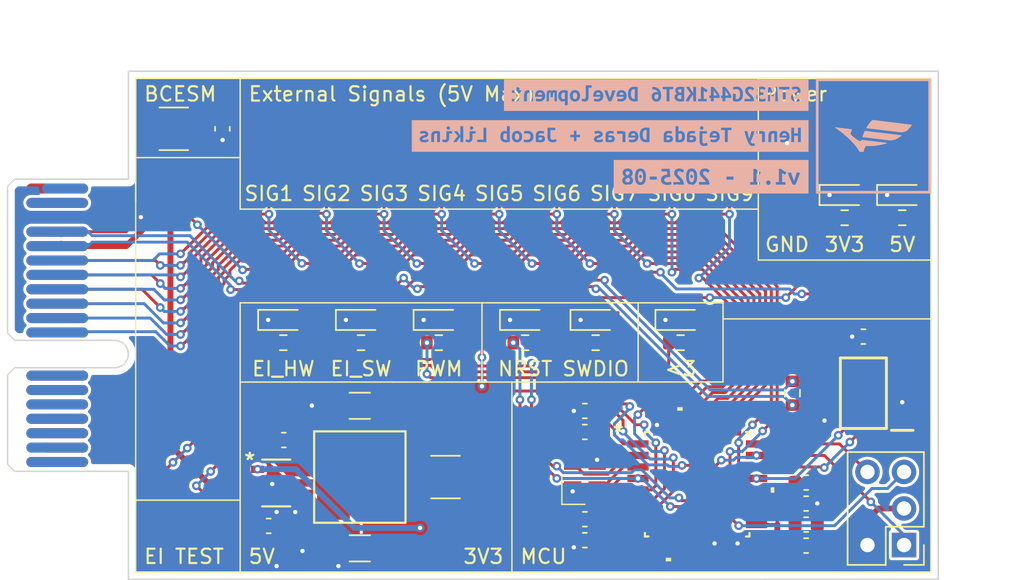
<source format=kicad_pcb>
(kicad_pcb (version 20241229) (generator "pcbnew") (generator_version "9.0")
  (title_block (title "STM32G441KBT6 Development Board") (date "2025-08-21") (rev "1.1") (comment 1 "Hardware: Henry Tejada Deras; Firmware: Jacob Likins"))
  (layers (0 "F.Cu" signal) (2 "B.Cu" signal) (13 "F.Paste" user) (15 "B.Paste" user) (5 "F.SilkS" user "F.Silkscreen") (7 "B.SilkS" user "B.Silkscreen") (1 "F.Mask" user) (3 "B.Mask" user) (25 "Edge.Cuts" user))
  (net 0 "")
  (net 1 "/INTERRUPT_TEST_HW")
  (net 2 "+3V3")
  (net 3 "GND")
  (net 4 "/SWDIO")
  (net 5 "/SWCLK")
  (net 6 "/NRST")
  (net 7 "Net-(U3-SW)")
  (net 8 "/INTERRUPT_TEST_SW")
  (net 9 "/CAN_RX")
  (net 10 "/PWM_TEST")
  (net 12 "/EXTERNAL_SIGNAL_2")
  (net 14 "/EXTERNAL_SIGNAL_4")
  (net 17 "/EXTERNAL_SIGNAL_3")
  (net 18 "/EXTERNAL_SIGNAL_8")
  (net 19 "/EXTERNAL_SIGNAL_9")
  (net 20 "Net-(U1-PF0-OSC_IN)")
  (net 22 "/EXTERNAL_SIGNAL_1")
  (net 23 "/CAN_TX")
  (net 24 "Net-(U1-PF1-OSC_OUT)")
  (net 25 "/EXTERNAL_SIGNAL_7")
  (net 26 "/EXTERNAL_SIGNAL_6")
  (net 28 "/EXTERNAL_SIGNAL_5")
  (net 29 "/CAN_+")
  (net 30 "/CAN_-")
  (net 32 "+5V")
  (net 33 "Net-(U3-BST)")
  (net 34 "Net-(D1-A)")
  (net 35 "Net-(D2-A)")
  (net 36 "Net-(D3-A)")
  (net 37 "Net-(D4-A)")
  (net 38 "Net-(D5-A)")
  (net 39 "Net-(D6-A)")
  (net 40 "Net-(D7-A)")
  (net 41 "Net-(D8-A)")
  (net 63 "/HEARTBEAT")
  (net 65 "Net-(U3-FB)")
  (net 66 "Net-(J1-5V)")
  (footprint "OEM:R_0603" (layer "F.Cu") (at 163.49 84.79 90)
    (property "Reference" "R1" (hide yes))
    (property "Value" "R_120" (hide yes))
  )
  (footprint "OEM:Test_Point_SMD" (layer "F.Cu") (at 151.12 67.42 90)
    (property "Reference" "TP9" (hide yes))
    (property "Value" "EXT_SIG_7")
  )
  (footprint "OEM:pcie_x1" (layer "F.Cu") (at 112.41 70.57 -90)
    (property "Reference" "J1" (hide yes))
    (property "Value" "CONN_pcie_x1")
    (fp_line (start -0.15 3.45) (end 10.05 3.45) (stroke (width 0.1)) (layer "Edge.Cuts"))
    (fp_line (start 12.95 3.45) (end 19.15 3.45) (stroke (width 0.1)) (layer "Edge.Cuts"))
    (fp_line (start -0.65 2.95) (end -0.15 3.45) (stroke (width 0.1)) (layer "Edge.Cuts"))
    (fp_line (start 10.55 2.95) (end 10.05 3.45) (stroke (width 0.1)) (layer "Edge.Cuts"))
    (fp_line (start 12.45 2.95) (end 12.95 3.45) (stroke (width 0.1)) (layer "Edge.Cuts"))
    (fp_line (start 19.65 2.95) (end 19.15 3.45) (stroke (width 0.1)) (layer "Edge.Cuts"))
    (fp_line (start 10.55 -4) (end 10.55 2.95) (stroke (width 0.1)) (layer "Edge.Cuts"))
    (fp_line (start 12.45 -4) (end 12.45 2.95) (stroke (width 0.1)) (layer "Edge.Cuts"))
    (fp_line (start -0.65 -4.95) (end -0.65 2.95) (stroke (width 0.1)) (layer "Edge.Cuts"))
    (fp_line (start 19.65 -4.95) (end 19.65 2.95) (stroke (width 0.1)) (layer "Edge.Cuts"))
    (fp_arc (start 10.55 -4) (mid 11.5 -4.95) (end 12.45 -4) (stroke (width 0.1)) (layer "Edge.Cuts"))
  )
  (footprint "OEM:R_0603" (layer "F.Cu") (at 167.12 72.6)
    (property "Reference" "R2" (hide yes))
    (property "Value" "R_1K" (hide yes))
  )
  (footprint "OEM:C_0603" (layer "F.Cu") (at 164.445 92.46)
    (property "Reference" "C5" (hide yes))
    (property "Value" "C_0.1uF" (hide yes))
  )
  (footprint "OEM:C_0603" (layer "F.Cu") (at 123.89 66.42 -90)
    (property "Reference" "C12" (hide yes))
    (property "Value" "C_10uF" (hide yes))
  )
  (footprint "OEM:R_0603" (layer "F.Cu") (at 128.12 81.28)
    (property "Reference" "R7" (hide yes))
    (property "Value" "R_1K" (hide yes))
  )
  (footprint "OEM:Test_Point_SMD" (layer "F.Cu") (at 135.12 67.42 90)
    (property "Reference" "TP5" (hide yes))
    (property "Value" "EXT_SIG_3")
  )
  (footprint "OEM:Crystal_TXC7M" (layer "F.Cu") (at 149.0707 90.515 90)
    (property "Reference" "Y1" (hide yes))
    (property "Value" "X_Crystal_16MHz_18pF" (hide yes))
  )
  (footprint "OEM:Fuse_1210" (layer "F.Cu") (at 139.3876 90.618)
    (property "Reference" "F2" (hide yes))
    (property "Value" "F_500mA_16V" (hide yes))
  )
  (footprint "OEM:R_0603" (layer "F.Cu") (at 138.92 81.28)
    (property "Reference" "R9" (hide yes))
    (property "Value" "R_1K" (hide yes))
  )
  (footprint "OEM:C_0603" (layer "F.Cu") (at 149.0707 87.485)
    (property "Reference" "C13" (hide yes))
    (property "Value" "C_30pF" (hide yes))
  )
  (footprint "OEM:Test_Point_SMD" (layer "F.Cu") (at 171.12 67.42 90)
    (property "Reference" "TP2" (hide yes))
    (property "Value" "5V")
  )
  (footprint "stm32g441kbt6:Programming_Pin_Header_Keyed" (layer "F.Cu") (at 171.245 95.34 180)
    (property "Reference" "J2" (hide yes))
    (property "Value" "Programming_Pin_Header")
  )
  (footprint "OEM:C_0603" (layer "F.Cu") (at 164.445 95.38)
    (property "Reference" "C4" (hide yes))
    (property "Value" "C_1uF" (hide yes))
  )
  (footprint "OEM:Test_Point_SMD" (layer "F.Cu") (at 131.12 67.42 90)
    (property "Reference" "TP4" (hide yes))
    (property "Value" "EXT_SIG_2")
  )
  (footprint "OEM:Test_Point_SMD" (layer "F.Cu") (at 159.12 67.42 -90)
    (property "Reference" "TP11" (hide yes))
    (property "Value" "EXT_SIG_9")
  )
  (footprint "OEM:Fuse_1210" (layer "F.Cu") (at 120.51 66.42 180)
    (property "Reference" "F1" (hide yes))
    (property "Value" "F_500mA_16V" (hide yes))
  )
  (footprint "OEM:CHIPLED_0805" (layer "F.Cu") (at 167.12 71.02)
    (property "Reference" "D1" (hide yes))
    (property "Value" "3V3 POWER" (hide yes))
  )
  (footprint "OEM:CHIPLED_0805" (layer "F.Cu") (at 133.52 79.7)
    (property "Reference" "D7" (hide yes))
    (property "Value" "INTERRUPT_TEST_SW" (hide yes))
  )
  (footprint "OEM:R_0603" (layer "F.Cu") (at 155.72 81.28)
    (property "Reference" "R4" (hide yes))
    (property "Value" "R_1K" (hide yes))
  )
  (footprint "Capacitor_SMD:C_1206_3216Metric" (layer "F.Cu") (at 133.4356 85.666 180)
    (property "Reference" "C10" (hide yes))
    (property "Value" "C_22uF")
  )
  (footprint "OEM:C_0603" (layer "F.Cu") (at 149.0707 95.005 180)
    (property "Reference" "C2" (hide yes))
    (property "Value" "C_0.1uF" (hide yes))
  )
  (footprint "OEM:CHIPLED_0805" (layer "F.Cu") (at 138.92 79.7)
    (property "Reference" "D8" (hide yes))
    (property "Value" "PWM_TEST" (hide yes))
  )
  (footprint "OEM:CHIPLED_0805" (layer "F.Cu") (at 149.82 79.7)
    (property "Reference" "D5" (hide yes))
    (property "Value" "SWDIO" (hide yes))
  )
  (footprint "stm32g441kbt6:AP63203WU-7_DIO" (layer "F.Cu") (at 127.627 91.0286)
    (property "Reference" "U3" (hide yes))
    (property "Value" "AP63203WU-7")
  )
  (footprint "OEM:Test_Point_SMD" (layer "F.Cu") (at 163.12 67.42 90)
    (property "Reference" "TP12" (hide yes))
    (property "Value" "GND")
  )
  (footprint "OEM:R_0603" (layer "F.Cu") (at 149.82 81.28)
    (property "Reference" "R6" (hide yes))
    (property "Value" "R_1K" (hide yes))
  )
  (footprint "OEM:CHIPLED_0805" (layer "F.Cu") (at 128.12 79.7)
    (property "Reference" "D6" (hide yes))
    (property "Value" "INTERRUPT_TEST_HW" (hide yes))
  )
  (footprint "OEM:Test_Point_SMD" (layer "F.Cu") (at 143.12 67.42 90)
    (property "Reference" "TP7" (hide yes))
    (property "Value" "EXT_SIG_5")
  )
  (footprint "OEM:C_0603" (layer "F.Cu") (at 149.0707 86.025 180)
    (property "Reference" "C6" (hide yes))
    (property "Value" "C_0.1uF" (hide yes))
  )
  (footprint "OEM:C_0603" (layer "F.Cu") (at 168.42 80.86)
    (property "Reference" "C1" (hide yes))
    (property "Value" "C_0.1uF" (hide yes))
  )
  (footprint "OEM:CHIPLED_0805" (layer "F.Cu") (at 144.92 79.7)
    (property "Reference" "D4" (hide yes))
    (property "Value" "NRST" (hide yes))
  )
  (footprint "OEM:Test_Point_SMD" (layer "F.Cu") (at 127.12 67.42 90)
    (property "Reference" "TP3" (hide yes))
    (property "Value" "EXT_SIG_1")
  )
  (footprint "OEM:R_0603" (layer "F.Cu") (at 144.92 81.28)
    (property "Reference" "R5" (hide yes))
    (property "Value" "R_1K" (hide yes))
  )
  (footprint "Capacitor_SMD:C_1206_3216Metric" (layer "F.Cu") (at 133.4356 95.57 180)
    (property "Reference" "C9" (hide yes))
    (property "Value" "C_22uF")
  )
  (footprint "stm32g441kbt6:STM32G441KBT6" (layer "F.Cu") (at 156.8761 91.115)
    (property "Reference" "U1" (hide yes))
    (property "Value" "STM32G441KBT6")
  )
  (footprint "OEM:CHIPLED_0805" (layer "F.Cu") (at 171.12 71.02)
    (property "Reference" "D2" (hide yes))
    (property "Value" "5V POWER" (hide yes))
  )
  (footprint "OEM:Test_Point_SMD" (layer "F.Cu") (at 147.12 67.42 90)
    (property "Reference" "TP8" (hide yes))
    (property "Value" "EXT_SIG_6")
  )
  (footprint "OEM:R_0603" (layer "F.Cu") (at 171.12 72.6)
    (property "Reference" "R3" (hide yes))
    (property "Value" "R_1K" (hide yes))
  )
  (footprint "OEM:C_0603" (layer "F.Cu") (at 149.0707 93.545 180)
    (property "Reference" "C14" (hide yes))
    (property "Value" "C_30pF" (hide yes))
  )
  (footprint "OEM:C_0603" (layer "F.Cu") (at 164.445 91)
    (property "Reference" "C7" (hide yes))
    (property "Value" "C_4.7uF" (hide yes))
  )
  (footprint "OEM:Test_Point_SMD" (layer "F.Cu") (at 155.12 67.42 90)
    (property "Reference" "TP10" (hide yes))
    (property "Value" "EXT_SIG_8")
  )
  (footprint "stm32g441kbt6:SOIC127P600X175-8N" (layer "F.Cu") (at 168.42 84.79 180)
    (property "Reference" "U2" (hide yes))
    (property "Value" "MCP2561-E_SN" (hide yes))
  )
  (footprint "OEM:SW_B3U-1000P_4.2x1.7mm" (layer "F.Cu") (at 119.79 93.72)
    (property "Reference" "SW1" (hide yes))
    (property "Value" "INTERRUPT TEST SWITCH")
  )
  (footprint "OEM:CHIPLED_0805" (layer "F.Cu") (at 155.72 79.7)
    (property "Reference" "D3" (hide yes))
    (property "Value" "HEARTBEAT" (hide yes))
  )
  (footprint "OEM:Test_Point_SMD" (layer "F.Cu") (at 139.12 67.42 90)
    (property "Reference" "TP6" (hide yes))
    (property "Value" "EXT_SIG_4")
  )
  (footprint "stm32g441kbt6:IND_BOURNS_SRR5018" (layer "F.Cu") (at 133.4356 90.618)
    (property "Reference" "L1" (hide yes))
    (property "Value" "L_3.9uH")
  )
  (footprint "OEM:C_0603" (layer "F.Cu") (at 164.445 93.92)
    (property "Reference" "C3" (hide yes))
    (property "Value" "C_10nF" (hide yes))
  )
  (footprint "OEM:Test_Point_SMD" (layer "F.Cu") (at 167.12 67.42 90)
    (property "Reference" "TP1" (hide yes))
    (property "Value" "3V3")
  )
  (footprint "OEM:R_0603" (layer "F.Cu") (at 133.52 81.28)
    (property "Reference" "R8" (hide yes))
    (property "Value" "R_1K" (hide yes))
  )
  (footprint "OEM:C_0603" (layer "F.Cu") (at 128.1536 88.046)
    (property "Reference" "C11" (hide yes))
    (property "Value" "C_0.1uF" (hide yes))
  )
  (footprint "OEM:C_0603" (layer "F.Cu") (at 127.1 94.0112)
    (property "Reference" "C8" (hide yes))
    (property "Value" "C_10uF" (hide yes))
  )
  (footprint "kibuzzard-68A62DAB" (layer "B.Cu") (at 154.03 64.08665 180)
    (property "Reference" "kibuzzard-68A62DAB" (hide yes))
    (property "Value" "G***" (hide yes))
  )
  (footprint "OEM:OEM_Logo_8mm" (layer "B.Cu") (at 169.12 66.92 180)
    (property "Reference" "REF**" (hide yes))
    (property "Value" "OEM_Logo_8mm")
  )
  (footprint "kibuzzard-68A62DD1" (layer "B.Cu") (at 150.83 66.92 180)
    (property "Reference" "kibuzzard-68A62DD1" (hide yes))
    (property "Value" "G***" (hide yes))
  )
  (footprint "kibuzzard-68A78CB4" (layer "B.Cu") (at 157.84 69.75 180)
    (property "Reference" "kibuzzard-68A78CB4" (hide yes))
    (property "Value" "G***" (hide yes))
  )
  (gr_line (start 166.94 79.63) (end 173.1 79.63) (stroke (width 0.1)) (layer "F.SilkS"))
  (gr_line (start 161.12 71.71) (end 161.12 75.535) (stroke (width 0.1)) (layer "F.SilkS"))
  (gr_line (start 171.86 75.54) (end 164.18 75.54) (stroke (width 0.1)) (layer "F.SilkS"))
  (gr_line (start 158.67 78.85) (end 158.67 84.01) (stroke (width 0.1)) (layer "F.SilkS"))
  (gr_line (start 161.12 62.92) (end 161.12 71.71) (stroke (width 0.1)) (layer "F.SilkS"))
  (gr_line (start 135.7356 84.016) (end 125.12 84.016) (stroke (width 0.1)) (layer "F.SilkS"))
  (gr_line (start 141.92 78.51) (end 141.92 84.016) (stroke (width 0.1)) (layer "F.SilkS"))
  (gr_line (start 144 97.22) (end 144 84.016) (stroke (width 0.1)) (layer "F.SilkS"))
  (gr_rect (start 117.86 62.92) (end 173.12 97.22) (stroke (width 0.1)) (fill no) (layer "F.SilkS"))
  (gr_line (start 161.83 62.92) (end 162.48 62.92) (stroke (width 0.1)) (layer "F.SilkS"))
  (gr_line (start 125.12 84.016) (end 125.12 97.22) (stroke (width 0.1)) (layer "F.SilkS"))
  (gr_line (start 152.77 78.51) (end 152.77 84.01) (stroke (width 0.1)) (layer "F.SilkS"))
  (gr_line (start 164.17 75.54) (end 161.12 75.54) (stroke (width 0.1)) (layer "F.SilkS"))
  (gr_line (start 125.12 84.016) (end 125.12 78.51) (stroke (width 0.1)) (layer "F.SilkS"))
  (gr_line (start 144 84.016) (end 158.67 84.01) (stroke (width 0.1)) (layer "F.SilkS"))
  (gr_line (start 135.7356 84.016) (end 142.0376 84.016) (stroke (width 0.1)) (layer "F.SilkS"))
  (gr_line (start 166.94 79.63) (end 158.7 79.63) (stroke (width 0.1)) (layer "F.SilkS"))
  (gr_line (start 158.67 78.85) (end 158.67 78.51) (stroke (width 0.1)) (layer "F.SilkS"))
  (gr_line (start 142.98 78.51) (end 158 78.51) (stroke (width 0.1)) (layer "F.SilkS"))
  (gr_line (start 125.12 72) (end 161.12 72) (stroke (width 0.1)) (layer "F.SilkS"))
  (gr_line (start 162.48 62.92) (end 173.12 62.92) (stroke (width 0.1)) (layer "F.SilkS"))
  (gr_line (start 125.12 62.92) (end 125.12 72) (stroke (width 0.1)) (layer "F.SilkS"))
  (gr_line (start 125.12 78.51) (end 142.98 78.51) (stroke (width 0.1)) (layer "F.SilkS"))
  (gr_line (start 143.9976 84.016) (end 142.0376 84.016) (stroke (width 0.1)) (layer "F.SilkS"))
  (gr_line (start 158 78.51) (end 158.67 78.51) (stroke (width 0.1)) (layer "F.SilkS"))
  (gr_line (start 171.86 75.54) (end 173.12 75.54) (stroke (width 0.1)) (layer "F.SilkS"))
  (gr_line (start 125.1 92.22) (end 117.9 92.22) (stroke (width 0.1)) (layer "F.SilkS"))
  (gr_line (start 117.875 68.42) (end 125.1 68.42) (stroke (width 0.1)) (layer "F.SilkS"))
  (gr_line (start 161.83 62.92) (end 161.12 62.92) (stroke (width 0.1)) (layer "F.SilkS"))
  (gr_line (start 117.86 62.92) (end 117.86 71.5) (stroke (width 0.1)) (layer "F.SilkS"))
  (gr_line (start 173.62 97.72) (end 161.62 97.72) (stroke (width 0.1)) (layer "Edge.Cuts"))
  (gr_line (start 161.62 62.42) (end 173.62 62.42) (stroke (width 0.1)) (layer "Edge.Cuts"))
  (gr_line (start 117.36 69.92) (end 117.36 62.42) (stroke (width 0.1)) (layer "Edge.Cuts"))
  (gr_line (start 117.36 62.42) (end 161.62 62.42) (stroke (width 0.1)) (layer "Edge.Cuts"))
  (gr_line (start 117.36 97.72) (end 161.62 97.72) (stroke (width 0.1)) (layer "Edge.Cuts"))
  (gr_line (start 117.36 90.22) (end 117.36 97.72) (stroke (width 0.1)) (layer "Edge.Cuts"))
  (gr_line (start 173.62 97.72) (end 173.62 62.42) (stroke (width 0.1)) (layer "Edge.Cuts"))
  (gr_text "5V" (at 171.12 74.46 0) (layer "F.SilkS") (effects (font (size 1 1))))
  (gr_text "Power" (at 161.37 63.42 0) (layer "F.SilkS") (effects (font (size 1 1)) (justify left top)))
  (gr_text "SIG8" (at 155.12 70.92 0) (layer "F.SilkS") (effects (font (size 1 1))))
  (gr_text "External Signals (5V Max)" (at 125.62 63.42 0) (layer "F.SilkS") (effects (font (size 1 1)) (justify left top)))
  (gr_text "GND" (at 163.12 74.46 0) (layer "F.SilkS") (effects (font (size 1 1))))
  (gr_text "5V" (at 125.62 96.72 0) (layer "F.SilkS") (effects (font (size 1 1)) (justify left bottom)))
  (gr_text "SIG1" (at 127.12 70.92 0) (layer "F.SilkS") (effects (font (size 1 1))))
  (gr_text "BCESM" (at 118.36 63.42 0) (layer "F.SilkS") (effects (font (size 1 1)) (justify left top)))
  (gr_text "SIG4" (at 139.12 70.92 0) (layer "F.SilkS") (effects (font (size 1 1))))
  (gr_text "MCU" (at 144.5 96.72 0) (layer "F.SilkS") (effects (font (size 1 1)) (justify left bottom)))
  (gr_text "SIG6" (at 147.12 70.92 0) (layer "F.SilkS") (effects (font (size 1 1))))
  (gr_text "3V3" (at 143.5 96.72 0) (layer "F.SilkS") (effects (font (size 1 1)) (justify right bottom)))
  (gr_text "NRST" (at 144.92 82.51 0) (layer "F.SilkS") (effects (font (size 1 1)) (justify top)))
  (gr_text "SIG9" (at 159.12 70.92 0) (layer "F.SilkS") (effects (font (size 1 1))))
  (gr_text "3V3" (at 167.12 74.46 0) (layer "F.SilkS") (effects (font (size 1 1))))
  (gr_text "SIG7" (at 151.12 70.92 0) (layer "F.SilkS") (effects (font (size 1 1))))
  (gr_text "SIG3" (at 135.12 70.92 0) (layer "F.SilkS") (effects (font (size 1 1))))
  (gr_text "PWM" (at 138.92 82.51 0) (layer "F.SilkS") (effects (font (size 1 1)) (justify top)))
  (gr_text "EI_SW" (at 133.52 82.51 0) (layer "F.SilkS") (effects (font (size 1 1)) (justify top)))
  (gr_text "EI TEST" (at 118.36 96.72 0) (layer "F.SilkS") (effects (font (size 1 1)) (justify left bottom)))
  (gr_text "SIG5" (at 143.12 70.92 0) (layer "F.SilkS") (effects (font (size 1 1))))
  (gr_text "EI_HW" (at 128.12 82.51 0) (layer "F.SilkS") (effects (font (size 1 1)) (justify top)))
  (gr_text "<3" (at 155.72 82.51 0) (layer "F.SilkS") (effects (font (size 1 1)) (justify top)))
  (gr_text "SIG2" (at 131.12 70.92 0) (layer "F.SilkS") (effects (font (size 1 1))))
  (gr_text "SWDIO" (at 149.82 82.51 0) (layer "F.SilkS") (effects (font (size 1 1)) (justify top)))
  (segment (start 153.997902 91.218197) (end 153.997902 88.236802) (width 0.2032) (layer "F.Cu") (net 1))
  (segment (start 124.6926 82.8574) (end 124.05 83.5) (width 0.2032) (layer "F.Cu") (net 1))
  (segment (start 124.05 83.5) (end 124.05 89.25) (width 0.2032) (layer "F.Cu") (net 1))
  (segment (start 152.601626 86.98) (end 148.927426 83.3058) (width 0.2032) (layer "F.Cu") (net 1))
  (segment (start 124.05 89.25) (end 123.072238 90.227762) (width 0.2032) (layer "F.Cu") (net 1))
  (segment (start 153.7011 91.514999) (end 153.997902 91.218197) (width 0.2032) (layer "F.Cu") (net 1))
  (segment (start 128.8724 82.8574) (end 127.295 81.28) (width 0.2032) (layer "F.Cu") (net 1))
  (segment (start 153.19 86.98) (end 152.601626 86.98) (width 0.2032) (layer "F.Cu") (net 1))
  (segment (start 138.798006 83.3058) (end 138.349606 82.8574) (width 0.2032) (layer "F.Cu") (net 1))
  (segment (start 123.19 92.334476) (end 123.19 93.72) (width 0.2032) (layer "F.Cu") (net 1))
  (segment (start 148.927426 83.3058) (end 138.798006 83.3058) (width 0.2032) (layer "F.Cu") (net 1))
  (segment (start 128.8724 82.8574) (end 124.6926 82.8574) (width 0.2032) (layer "F.Cu") (net 1))
  (segment (start 122.077762 91.222238) (end 123.19 92.334476) (width 0.2032) (layer "F.Cu") (net 1))
  (segment (start 152.7613 91.514999) (end 153.7011 91.514999) (width 0.2032) (layer "F.Cu") (net 1))
  (segment (start 138.349606 82.8574) (end 128.8724 82.8574) (width 0.2032) (layer "F.Cu") (net 1))
  (via (at 153.997902 88.236802) (size 0.6) (drill 0.3) (layers "F.Cu" "B.Cu") (net 1))
  (via (at 122.077762 91.222238) (size 0.6) (drill 0.3) (layers "F.Cu" "B.Cu") (net 1))
  (via (at 123.072238 90.227762) (size 0.6) (drill 0.3) (layers "F.Cu" "B.Cu") (net 1))
  (via (at 153.19 86.98) (size 0.6) (drill 0.3) (layers "F.Cu" "B.Cu") (net 1))
  (segment (start 153.19 87.4289) (end 153.19 86.98) (width 0.2032) (layer "B.Cu") (net 1))
  (segment (start 123.072238 90.227762) (end 122.077762 91.222238) (width 0.2032) (layer "B.Cu") (net 1))
  (segment (start 153.997902 88.236802) (end 153.19 87.4289) (width 0.2032) (layer "B.Cu") (net 1))
  (segment (start 121.447238 88.602762) (end 123.6458 86.4042) (width 0.2032) (layer "F.Cu") (net 2))
  (segment (start 141.34 96.76) (end 159.45 96.76) (width 0.4064) (layer "F.Cu") (net 2))
  (segment (start 119.79 90.26) (end 119.79 93.72) (width 0.2032) (layer "F.Cu") (net 2))
  (segment (start 159.45 96.76) (end 161.55 96.76) (width 0.4064) (layer "F.Cu") (net 2))
  (segment (start 169.471293 92.8) (end 167.4508 94.820493) (width 0.4064) (layer "F.Cu") (net 2))
  (segment (start 151.755136 88.315001) (end 151.121798 87.681663) (width 0.2032) (layer "F.Cu") (net 2))
  (segment (start 149.8457 86.025) (end 148.4607 84.64) (width 0.2032) (layer "F.Cu") (net 2))
  (segment (start 151.121798 87.301098) (end 149.8457 86.025) (width 0.2032) (layer "F.Cu") (net 2))
  (segment (start 167.12 67.42) (end 167.12 73.45) (width 0.2032) (layer "F.Cu") (net 2))
  (segment (start 166.28 96.76) (end 161.55 96.76) (width 0.4064) (layer "F.Cu") (net 2))
  (segment (start 141.92 82.3) (end 141.92 78.18) (width 0.2032) (layer "F.Cu") (net 2))
  (segment (start 123.6458 79.5042) (end 125 78.15) (width 0.2032) (layer "F.Cu") (net 2))
  (segment (start 151.121798 87.681663) (end 151.121798 87.301098) (width 0.2032) (layer "F.Cu") (net 2))
  (segment (start 141.95 78.15) (end 150.6 78.15) (width 0.2032) (layer "F.Cu") (net 2))
  (segment (start 120.452762 89.597238) (end 119.79 90.26) (width 0.2032) (layer "F.Cu") (net 2))
  (segment (start 123.6458 86.4042) (end 123.6458 79.5042) (width 0.2032) (layer "F.Cu") (net 2))
  (segment (start 163.67 95.38) (end 162.93 95.38) (width 0.2032) (layer "F.Cu") (net 2))
  (segment (start 166.295 72.6) (end 166.295 72.625) (width 0.2) (layer "F.Cu") (net 2))
  (segment (start 141.7584 84.3116) (end 141.92 84.3116) (width 0.2032) (layer "F.Cu") (net 2))
  (segment (start 162.93 95.38) (end 162.44 95.87) (width 0.2032) (layer "F.Cu") (net 2))
  (segment (start 141.92 78.18) (end 141.95 78.15) (width 0.2032) (layer "F.Cu") (net 2))
  (segment (start 163.0316 78.15) (end 165.1766 76.005) (width 0.2032) (layer "F.Cu") (net 2))
  (segment (start 162.44 93.69) (end 163.67 92.46) (width 0.2032) (layer "F.Cu") (net 2))
  (segment (start 125 78.15) (end 141.95 78.15) (width 0.2032) (layer "F.Cu") (net 2))
  (segment (start 148.4607 84.64) (end 141.43 84.64) (width 0.2032) (layer "F.Cu") (net 2))
  (segment (start 150.6 78.15) (end 157.75 78.15) (width 0.2032) (layer "F.Cu") (net 2))
  (segment (start 162.44 93.914999) (end 160.9909 93.914999) (width 0.2032) (layer "F.Cu") (net 2))
  (segment (start 165.1766 76.005) (end 166.295 76.005) (width 0.2032) (layer "F.Cu") (net 2))
  (segment (start 158.876099 96.186099) (end 159.45 96.76) (width 0.2032) (layer "F.Cu") (net 2))
  (segment (start 163.67 91) (end 163.67 92.46) (width 0.2032) (layer "F.Cu") (net 2))
  (segment (start 171.245 92.8) (end 169.471293 92.8) (width 0.4064) (layer "F.Cu") (net 2))
  (segment (start 167.4508 95.5892) (end 166.28 96.76) (width 0.4064) (layer "F.Cu") (net 2))
  (segment (start 152.7613 88.315001) (end 151.755136 88.315001) (width 0.2032) (layer "F.Cu") (net 2))
  (segment (start 162.44 93.914999) (end 162.44 93.69) (width 0.2032) (layer "F.Cu") (net 2))
  (segment (start 167.12 73.45) (end 167.12 75.18) (width 0.2032) (layer "F.Cu") (net 2))
  (segment (start 167.4508 94.820493) (end 167.4508 95.5892) (width 0.4064) (layer "F.Cu") (net 2))
  (segment (start 163.67 93.92) (end 163.67 95.38) (width 0.2032) (layer "F.Cu") (net 2))
  (segment (start 161.55 96.76) (end 162.44 95.87) (width 0.4064) (layer "F.Cu") (net 2))
  (segment (start 158.876099 95.2298) (end 158.876099 96.186099) (width 0.2032) (layer "F.Cu") (net 2))
  (segment (start 167.12 75.18) (end 166.295 76.005) (width 0.2032) (layer "F.Cu") (net 2))
  (segment (start 166.295 72.625) (end 167.12 73.45) (width 0.2) (layer "F.Cu") (net 2))
  (segment (start 162.44 95.87) (end 162.44 93.914999) (width 0.4064) (layer "F.Cu") (net 2))
  (via (at 121.447238 88.602762) (size 0.6) (drill 0.3) (layers "F.Cu" "B.Cu") (net 2))
  (via (at 120.452762 89.597238) (size 0.6) (drill 0.3) (layers "F.Cu" "B.Cu") (net 2))
  (via (at 157.75 78.15) (size 0.6) (drill 0.3) (layers "F.Cu" "B.Cu") (net 2))
  (via (at 141.92 82.3) (size 0.6) (drill 0.3) (layers "F.Cu" "B.Cu") (net 2))
  (via (at 141.92 84.3116) (size 0.6) (drill 0.3) (layers "F.Cu" "B.Cu") (net 2))
  (via (at 163.0316 78.15) (size 0.6) (drill 0.3) (layers "F.Cu" "B.Cu") (net 2))
  (segment (start 157.75 78.15) (end 163.0316 78.15) (width 0.2032) (layer "B.Cu") (net 2))
  (segment (start 121.447238 88.602762) (end 120.452762 89.597238) (width 0.2032) (layer "B.Cu") (net 2))
  (segment (start 141.92 84.3116) (end 141.92 82.3) (width 0.2032) (layer "B.Cu") (net 2))
  (segment (start 158.0798 95.2298) (end 158.08 95.23) (width 0.2032) (layer "F.Cu") (net 3))
  (segment (start 123.89 67.195) (end 123.895 67.195) (width 0.4064) (layer "F.Cu") (net 3))
  (segment (start 150.0207 89.315) (end 149.9207 89.415) (width 0.2032) (layer "F.Cu") (net 3))
  (segment (start 158.0761 95.2298) (end 158.0798 95.2298) (width 0.2032) (layer "F.Cu") (net 3))
  (segment (start 148.2957 95.505) (end 148.2957 95.5043) (width 0.2032) (layer "F.Cu") (net 3))
  (segment (start 171.12 85.425) (end 171.12 85.42) (width 0.2032) (layer "F.Cu") (net 3))
  (segment (start 148.1207 91.715) (end 148.2207 91.615) (width 0.2032) (layer "F.Cu") (net 3))
  (segment (start 165.72 86.695) (end 165.72 86.69) (width 0.2032) (layer "F.Cu") (net 3))
  (segment (start 148.2957 93.545) (end 148.2957 91.69) (width 0.2032) (layer "F.Cu") (net 3))
  (segment (start 149.8457 87.485) (end 149.8457 89.34) (width 0.2032) (layer "F.Cu") (net 3))
  (segment (start 165.22 95.38) (end 165.22 92.45) (width 0.2032) (layer "F.Cu") (net 3))
  (segment (start 148.2957 91.69) (end 148.2207 91.615) (width 0.2032) (layer "F.Cu") (net 3))
  (segment (start 159.676099 95.2298) (end 159.6798 95.2298) (width 0.2032) (layer "F.Cu") (net 3))
  (segment (start 154.0798 87.0002) (end 154.08 87) (width 0.2032) (layer "F.Cu") (net 3))
  (segment (start 159.6798 95.2298) (end 159.68 95.23) (width 0.2032) (layer "F.Cu") (net 3))
  (segment (start 148.2957 95.5043) (end 148.3 95.5) (width 0.2032) (layer "F.Cu") (net 3))
  (segment (start 149.8457 89.34) (end 149.9207 89.415) (width 0.2032) (layer "F.Cu") (net 3))
  (segment (start 165.22 92.45) (end 165.22 91) (width 0.2032) (layer "F.Cu") (net 3))
  (segment (start 165.22 92.46) (end 165.22 92.45) (width 0.2032) (layer "F.Cu") (net 3))
  (segment (start 117.210524 73.57) (end 118.218662 72.561862) (width 0.2032) (layer "F.Cu") (net 3))
  (segment (start 123.895 67.195) (end 123.9 67.2) (width 0.4064) (layer "F.Cu") (net 3))
  (segment (start 154.076101 87.0002) (end 154.0798 87.0002) (width 0.2032) (layer "F.Cu") (net 3))
  (segment (start 112.41 73.57) (end 117.210524 73.57) (width 0.2032) (layer "F.Cu") (net 3))
  (segment (start 167.645 80.86) (end 167.64 80.86) (width 0.2032) (layer "F.Cu") (net 3))
  (via (at 165.22 92.45) (size 0.6) (drill 0.3) (layers "F.Cu" "B.Cu") (net 3))
  (via (at 158.08 95.23) (size 0.6) (drill 0.3) (layers "F.Cu" "B.Cu") (net 3))
  (via (at 167.64 80.86) (size 0.6) (drill 0.3) (layers "F.Cu" "B.Cu") (net 3))
  (via (at 170.07 71.02) (size 0.6) (drill 0.3) (layers "F.Cu" "B.Cu") (net 3))
  (via (at 148.3 95.5) (size 0.6) (drill 0.3) (layers "F.Cu" "B.Cu") (net 3))
  (via (at 166.07 71.02) (size 0.6) (drill 0.3) (layers "F.Cu" "B.Cu") (net 3))
  (via (at 143.87 79.7) (size 0.6) (drill 0.3) (layers "F.Cu" "B.Cu") (net 3))
  (via (at 137.87 79.7) (size 0.6) (drill 0.3) (layers "F.Cu" "B.Cu") (net 3))
  (via (at 130.1 85.65) (size 0.6) (drill 0.3) (layers "F.Cu" "B.Cu") (net 3))
  (via (at 123.9 67.2) (size 0.6) (drill 0.3) (layers "F.Cu" "B.Cu") (net 3))
  (via (at 127.65 96.8) (size 0.6) (drill 0.3) (layers "F.Cu" "B.Cu") (net 3))
  (via (at 165.72 86.69) (size 0.6) (drill 0.3) (layers "F.Cu" "B.Cu") (net 3))
  (via (at 131.95 96.8) (size 0.6) (drill 0.3) (layers "F.Cu" "B.Cu") (net 3))
  (via (at 132.47 79.7) (size 0.6) (drill 0.3) (layers "F.Cu" "B.Cu") (net 3))
  (via (at 148.3 86.02) (size 0.6) (drill 0.3) (layers "F.Cu" "B.Cu") (net 3))
  (via (at 149.9207 89.415) (size 0.6) (drill 0.3) (layers "F.Cu" "B.Cu") (net 3))
  (via (at 163.12 67.42) (size 0.6) (drill 0.3) (layers "F.Cu" "B.Cu") (net 3))
  (via (at 128.95 93.05) (size 0.6) (drill 0.3) (layers "F.Cu" "B.Cu") (net 3))
  (via (at 129.45 95.75) (size 0.6) (drill 0.3) (layers "F.Cu" "B.Cu") (net 3))
  (via (at 127.65 93.042487) (size 0.6) (drill 0.3) (layers "F.Cu" "B.Cu") (net 3))
  (via (at 154.08 87) (size 0.6) (drill 0.3) (layers "F.Cu" "B.Cu") (net 3))
  (via (at 159.68 95.23) (size 0.6) (drill 0.3) (layers "F.Cu" "B.Cu") (net 3))
  (via (at 148.2207 91.615) (size 0.6) (drill 0.3) (layers "F.Cu" "B.Cu") (net 3))
  (via (at 127.07 79.7) (size 0.6) (drill 0.3) (layers "F.Cu" "B.Cu") (net 3))
  (via (at 127.35 91.1) (size 0.6) (drill 0.3) (layers "F.Cu" "B.Cu") (net 3))
  (via (at 171.12 85.42) (size 0.6) (drill 0.3) (layers "F.Cu" "B.Cu") (net 3))
  (via (at 118.218662 72.561862) (size 0.6) (drill 0.3) (layers "F.Cu" "B.Cu") (net 3))
  (via (at 148.77 79.7) (size 0.6) (drill 0.3) (layers "F.Cu" "B.Cu") (net 3))
  (via (at 154.67 79.7) (size 0.6) (drill 0.3) (layers "F.Cu" "B.Cu") (net 3))
  (segment (start 118.218662 72.561862) (end 118.160524 72.62) (width 0.2032) (layer "B.Cu") (net 3))
  (segment (start 165.712269 89.115001) (end 165.025001 89.115001) (width 0.2032) (layer "F.Cu") (net 4))
  (segment (start 152.188888 85.711445) (end 152.188888 85.71073) (width 0.2032) (layer "F.Cu") (net 4))
  (segment (start 152.188888 85.71073) (end 152.010048 85.53189) (width 0.2032) (layer "F.Cu") (net 4))
  (segment (start 152.010048 85.53189) (end 151.725142 85.53189) (width 0.2032) (layer "F.Cu") (net 4))
  (segment (start 165.025001 89.115001) (end 165.020001 89.120001) (width 0.2032) (layer "F.Cu") (net 4))
  (segment (start 148.995 82.9016) (end 148.995 81.28) (width 0.2032) (layer "F.Cu") (net 4))
  (segment (start 158.187898 89.804845) (end 158.551098 89.441645) (width 0.2032) (layer "F.Cu") (net 4))
  (segment (start 168.937043 92.339775) (end 165.712269 89.115001) (width 0.2032) (layer "F.Cu") (net 4))
  (segment (start 155.818731 89.804845) (end 158.187898 89.804845) (width 0.2032) (layer "F.Cu") (net 4))
  (segment (start 165.020001 89.120001) (end 165.020001 89.115001) (width 0.2032) (layer "F.Cu") (net 4))
  (segment (start 165.020001 89.115001) (end 162.8 89.115001) (width 0.2032) (layer "F.Cu") (net 4))
  (segment (start 149.094852 82.9016) (end 148.995 82.9016) (width 0.2032) (layer "F.Cu") (net 4))
  (segment (start 162.8 89.115001) (end 160.9909 89.115001) (width 0.2032) (layer "F.Cu") (net 4))
  (segment (start 151.725142 85.53189) (end 149.094852 82.9016) (width 0.2032) (layer "F.Cu") (net 4))
  (via (at 158.551098 89.441645) (size 0.6) (drill 0.3) (layers "F.Cu" "B.Cu") (net 4))
  (via (at 152.188888 85.711445) (size 0.6) (drill 0.3) (layers "F.Cu" "B.Cu") (net 4))
  (via (at 160.9909 89.115001) (size 0.6) (drill 0.3) (layers "F.Cu" "B.Cu") (net 4))
  (via (at 168.937043 92.339775) (size 0.6) (drill 0.3) (layers "F.Cu" "B.Cu") (net 4))
  (via (at 155.818731 89.804845) (size 0.6) (drill 0.3) (layers "F.Cu" "B.Cu") (net 4))
  (segment (start 160.862299 89.243602) (end 159.836478 89.243602) (width 0.2032) (layer "B.Cu") (net 4))
  (segment (start 171.24 95.34) (end 171.245 95.34) (width 0.2032) (layer "B.Cu") (net 4))
  (segment (start 154.913218 89.874747) (end 155.748829 89.874747) (width 0.2032) (layer "B.Cu") (net 4))
  (segment (start 154.81 89.771529) (end 154.913218 89.874747) (width 0.2032) (layer "B.Cu") (net 4))
  (segment (start 152.18925 85.711807) (end 152.18925 85.845022) (width 0.2032) (layer "B.Cu") (net 4))
  (segment (start 153.441543 89.771529) (end 154.81 89.771529) (width 0.2032) (layer "B.Cu") (net 4))
  (segment (start 159.836478 89.243602) (end 159.600704 89.243602) (width 0.2032) (layer "B.Cu") (net 4))
  (segment (start 151.121798 87.681663) (end 151.474792 88.034657) (width 0.2032) (layer "B.Cu") (net 4))
  (segment (start 152.18925 85.845022) (end 151.121798 86.912474) (width 0.2032) (layer "B.Cu") (net 4))
  (segment (start 159.402304 89.442002) (end 159.1 89.442002) (width 0.2032) (layer "B.Cu") (net 4))
  (segment (start 160.9909 89.115001) (end 160.862299 89.243602) (width 0.2032) (layer "B.Cu") (net 4))
  (segment (start 171.245 94.647732) (end 171.245 95.335) (width 0.2032) (layer "B.Cu") (net 4))
  (segment (start 168.937043 92.339775) (end 171.245 94.647732) (width 0.2032) (layer "B.Cu") (net 4))
  (segment (start 158.551455 89.442002) (end 158.551098 89.441645) (width 0.2032) (layer "B.Cu") (net 4))
  (segment (start 152.188888 85.711445) (end 152.18925 85.711807) (width 0.2032) (layer "B.Cu") (net 4))
  (segment (start 171.245 95.335) (end 171.24 95.34) (width 0.2032) (layer "B.Cu") (net 4))
  (segment (start 159.1 89.442002) (end 158.551455 89.442002) (width 0.2032) (layer "B.Cu") (net 4))
  (segment (start 159.522153 89.322153) (end 159.402304 89.442002) (width 0.2032) (layer "B.Cu") (net 4))
  (segment (start 151.704671 88.034657) (end 153.441543 89.771529) (width 0.2032) (layer "B.Cu") (net 4))
  (segment (start 159.600704 89.243602) (end 159.522153 89.322153) (width 0.2032) (layer "B.Cu") (net 4))
  (segment (start 151.474792 88.034657) (end 151.704671 88.034657) (width 0.2032) (layer "B.Cu") (net 4))
  (segment (start 151.121798 86.912474) (end 151.121798 87.681663) (width 0.2032) (layer "B.Cu") (net 4))
  (segment (start 155.748829 89.874747) (end 155.818731 89.804845) (width 0.2032) (layer "B.Cu") (net 4))
  (segment (start 166.760001 88.315001) (end 160.9909 88.315001) (width 0.2032) (layer "F.Cu") (net 5))
  (segment (start 168.705 90.26) (end 166.760001 88.315001) (width 0.2032) (layer "F.Cu") (net 5))
  (segment (start 151.08 91.143752) (end 151.508751 90.715001) (width 0.2032) (layer "F.Cu") (net 6))
  (segment (start 149.8457 95.005) (end 150.575 95.005) (width 0.2032) (layer "F.Cu") (net 6))
  (segment (start 150.575 95.005) (end 151.08 94.5) (width 0.2032) (layer "F.Cu") (net 6))
  (segment (start 151.508751 90.715001) (end 152.7613 90.715001) (width 0.2032) (layer "F.Cu") (net 6))
  (segment (start 158.424563 92.663463) (end 159.754298 93.993198) (width 0.2032) (layer "F.Cu") (net 6))
  (segment (start 147.12 90.71) (end 144.56 88.15) (width 0.2032) (layer "F.Cu") (net 6))
  (segment (start 144.56 88.15) (end 144.56 85.2416) (width 0.2032) (layer "F.Cu") (net 6))
  (segment (start 155.003428 92.663463) (end 158.424563 92.663463) (width 0.2032) (layer "F.Cu") (net 6))
  (segment (start 151.08 94.5) (end 151.08 91.143752) (width 0.2032) (layer "F.Cu") (net 6))
  (via (at 159.754298 93.993198) (size 0.6) (drill 0.3) (layers "F.Cu" "B.Cu") (net 6))
  (via (at 147.12 90.71) (size 0.6) (drill 0.3) (layers "F.Cu" "B.Cu") (net 6))
  (via (at 152.7613 90.715001) (size 0.6) (drill 0.3) (layers "F.Cu" "B.Cu") (net 6))
  (via (at 155.003428 92.663463) (size 0.6) (drill 0.3) (layers "F.Cu" "B.Cu") (net 6))
  (via (at 144.56 85.2416) (size 0.6) (drill 0.3) (layers "F.Cu" "B.Cu") (net 6))
  (via (at 144.095 81.28) (size 0.6) (drill 0.3) (layers "F.Cu" "B.Cu") (net 6))
  (segment (start 147.125001 90.715001) (end 147.12 90.71) (width 0.2032) (layer "B.Cu") (net 6))
  (segment (start 144.56 81.745) (end 144.095 81.28) (width 0.2032) (layer "B.Cu") (net 6))
  (segment (start 152.7613 90.715001) (end 147.125001 90.715001) (width 0.2032) (layer "B.Cu") (net 6))
  (segment (start 152.7613 90.715001) (end 153.054966 90.715001) (width 0.2032) (layer "B.Cu") (net 6))
  (segment (start 169.012012 91.4126) (end 170.0924 91.4126) (width 0.2032) (layer "B.Cu") (net 6))
  (segment (start 159.754298 93.993198) (end 166.431414 93.993198) (width 0.2032) (layer "B.Cu") (net 6))
  (segment (start 144.56 85.2416) (end 144.56 81.745) (width 0.2032) (layer "B.Cu") (net 6))
  (segment (start 153.054966 90.715001) (end 155.003428 92.663463) (width 0.2032) (layer "B.Cu") (net 6))
  (segment (start 166.431414 93.993198) (end 169.012012 91.4126) (width 0.2032) (layer "B.Cu") (net 6))
  (segment (start 170.0924 91.4126) (end 171.245 90.26) (width 0.2032) (layer "B.Cu") (net 6))
  (segment (start 160.9909 93.115001) (end 160.0511 93.115001) (width 0.2032) (layer "F.Cu") (net 8))
  (segment (start 158.591989 92.259263) (end 156.24 92.259263) (width 0.2032) (layer "F.Cu") (net 8))
  (segment (start 133.8682 82.4532) (end 132.695 81.28) (width 0.2032) (layer "F.Cu") (net 8))
  (segment (start 156.24 92.259263) (end 155.802425 92.259263) (width 0.2032) (layer "F.Cu") (net 8))
  (segment (start 159.447727 93.115001) (end 159.036363 92.703637) (width 0.2032) (layer "F.Cu") (net 8))
  (segment (start 146.841536 89.85991) (end 145.385813 88.404187) (width 0.2032) (layer "F.Cu") (net 8))
  (segment (start 145.36 82.7042) (end 145.3584 82.7058) (width 0.2032) (layer "F.Cu") (net 8))
  (segment (start 145.3584 82.84) (end 145.2968 82.9016) (width 0.2032) (layer "F.Cu") (net 8))
  (segment (start 147.120701 89.85991) (end 146.841536 89.85991) (width 0.2032) (layer "F.Cu") (net 8))
  (segment (start 145.2968 82.9016) (end 138.965432 82.9016) (width 0.2032) (layer "F.Cu") (net 8))
  (segment (start 145.360003 86.004197) (end 145.360003 85.2416) (width 0.2032) (layer "F.Cu") (net 8))
  (segment (start 145.3584 82.7058) (end 145.3584 82.84) (width 0.2032) (layer "F.Cu") (net 8))
  (segment (start 159.036363 92.703637) (end 158.591989 92.259263) (width 0.2032) (layer "F.Cu") (net 8))
  (segment (start 138.965432 82.9016) (end 138.517032 82.4532) (width 0.2032) (layer "F.Cu") (net 8))
  (segment (start 155.802425 92.259263) (end 155.605026 92.061864) (width 0.2032) (layer "F.Cu") (net 8))
  (segment (start 144.9642 86.4) (end 145.360003 86.004197) (width 0.2032) (layer "F.Cu") (net 8))
  (segment (start 145.385813 88.404187) (end 144.9642 87.982574) (width 0.2032) (layer "F.Cu") (net 8))
  (segment (start 144.9642 87.982574) (end 144.9642 86.4) (width 0.2032) (layer "F.Cu") (net 8))
  (segment (start 160.0511 93.115001) (end 159.447727 93.115001) (width 0.2032) (layer "F.Cu") (net 8))
  (segment (start 138.517032 82.4532) (end 133.8682 82.4532) (width 0.2032) (layer "F.Cu") (net 8))
  (via (at 147.120701 89.85991) (size 0.6) (drill 0.3) (layers "F.Cu" "B.Cu") (net 8))
  (via (at 145.36 82.7042) (size 0.6) (drill 0.3) (layers "F.Cu" "B.Cu") (net 8))
  (via (at 155.605026 92.061864) (size 0.6) (drill 0.3) (layers "F.Cu" "B.Cu") (net 8))
  (via (at 145.360003 85.2416) (size 0.6) (drill 0.3) (layers "F.Cu" "B.Cu") (net 8))
  (segment (start 152.511694 90.112401) (end 152.313294 90.310801) (width 0.2032) (layer "B.Cu") (net 8))
  (segment (start 147.571592 90.310801) (end 147.120701 89.85991) (width 0.2032) (layer "B.Cu") (net 8))
  (segment (start 145.360003 85.2416) (end 145.360003 82.704203) (width 0.2032) (layer "B.Cu") (net 8))
  (segment (start 154.973455 92.061864) (end 153.023992 90.112401) (width 0.2032) (layer "B.Cu") (net 8))
  (segment (start 152.313294 90.310801) (end 147.571592 90.310801) (width 0.2032) (layer "B.Cu") (net 8))
  (segment (start 155.605026 92.061864) (end 154.973455 92.061864) (width 0.2032) (layer "B.Cu") (net 8))
  (segment (start 153.023992 90.112401) (end 152.511694 90.112401) (width 0.2032) (layer "B.Cu") (net 8))
  (segment (start 145.360003 82.704203) (end 145.36 82.7042) (width 0.2032) (layer "B.Cu") (net 8))
  (segment (start 169.955 82.885) (end 171.12 82.885) (width 0.2032) (layer "F.Cu") (net 9))
  (segment (start 160.9909 90.715001) (end 160.9909 90.7191) (width 0.2032) (layer "F.Cu") (net 9))
  (segment (start 169.58 84.813401) (end 169.58 83.26) (width 0.2032) (layer "F.Cu") (net 9))
  (segment (start 166.68 87.713401) (end 169.58 84.813401) (width 0.2032) (layer "F.Cu") (net 9))
  (segment (start 169.58 83.26) (end 169.955 82.885) (width 0.2032) (layer "F.Cu") (net 9))
  (segment (start 160.9909 90.7191) (end 160.99 90.72) (width 0.2032) (layer "F.Cu") (net 9))
  (via (at 160.99 90.72) (size 0.6) (drill 0.3) (layers "F.Cu" "B.Cu") (net 9))
  (via (at 166.68 87.713401) (size 0.6) (drill 0.3) (layers "F.Cu" "B.Cu") (net 9))
  (segment (start 166.68 87.713401) (end 163.673401 90.72) (width 0.2032) (layer "B.Cu") (net 9))
  (segment (start 163.673401 90.72) (end 160.99 90.72) (width 0.2032) (layer "B.Cu") (net 9))
  (segment (start 148.76 83.71) (end 151.724398 86.674398) (width 0.2032) (layer "F.Cu") (net 10))
  (segment (start 153.7011 93.114999) (end 155.217131 91.598968) (width 0.2032) (layer "F.Cu") (net 10))
  (segment (start 138.1 83.46) (end 138.35 83.71) (width 0.2032) (layer "F.Cu") (net 10))
  (segment (start 138.095 81.28) (end 138.1 81.28) (width 0.2032) (layer "F.Cu") (net 10))
  (segment (start 138.35 83.71) (end 148.76 83.71) (width 0.2032) (layer "F.Cu") (net 10))
  (segment (start 155.217131 91.598968) (end 155.217131 89.273196) (width 0.2032) (layer "F.Cu") (net 10))
  (segment (start 152.7613 93.114999) (end 153.7011 93.114999) (width 0.2032) (layer "F.Cu") (net 10))
  (segment (start 151.724398 86.674398) (end 151.724398 87.432057) (width 0.2032) (layer "F.Cu") (net 10))
  (via (at 155.217131 89.273196) (size 0.6) (drill 0.3) (layers "F.Cu" "B.Cu") (net 10))
  (via (at 151.724398 87.432057) (size 0.6) (drill 0.3) (layers "F.Cu" "B.Cu") (net 10))
  (via (at 138.1 81.28) (size 0.6) (drill 0.3) (layers "F.Cu" "B.Cu") (net 10))
  (via (at 138.1 83.46) (size 0.6) (drill 0.3) (layers "F.Cu" "B.Cu") (net 10))
  (segment (start 151.724398 87.482758) (end 151.724398 87.432057) (width 0.2032) (layer "B.Cu") (net 10))
  (segment (start 153.704598 89.367329) (end 153.608969 89.367329) (width 0.2032) (layer "B.Cu") (net 10))
  (segment (start 155.217131 89.273196) (end 155.122998 89.367329) (width 0.2032) (layer "B.Cu") (net 10))
  (segment (start 153.608969 89.367329) (end 151.724398 87.482758) (width 0.2032) (layer "B.Cu") (net 10))
  (segment (start 155.122998 89.367329) (end 153.704598 89.367329) (width 0.2032) (layer "B.Cu") (net 10))
  (segment (start 138.1 81.28) (end 138.1 83.46) (width 0.2032) (layer "B.Cu") (net 10))
  (segment (start 145.979084 74.371) (end 145.978083 74.37) (width 0.2032) (layer "F.Cu") (net 12))
  (segment (start 141.82385 74.7752) (end 141.822849 74.7742) (width 0.2032) (layer "F.Cu") (net 12))
  (segment (start 148.03931 74.5694) (end 146.200696 74.5694) (width 0.2032) (layer "F.Cu") (net 12))
  (segment (start 145.978083 74.37) (end 144.809171 74.37) (width 0.2032) (layer "F.Cu") (net 12))
  (segment (start 133.551619 75.635198) (end 133.405817 75.781) (width 0.2032) (layer "F.Cu") (net 12))
  (segment (start 162.0258 77.547426) (end 158.239374 73.761001) (width 0.2032) (layer "F.Cu") (net 12))
  (segment (start 126.671994 72.7542) (end 126.870394 72.9526) (width 0.2032) (layer "F.Cu") (net 12))
  (segment (start 131.06 72.29) (end 131.12 72.35) (width 0.2032) (layer "F.Cu") (net 12))
  (segment (start 150.368123 74.1652) (end 150.169723 73.9668) (width 0.2032) (layer "F.Cu") (net 12))
  (segment (start 146.200696 74.5694) (end 146.002296 74.371) (width 0.2032) (layer "F.Cu") (net 12))
  (segment (start 137.144181 75.1794) (end 136.541588 75.781995) (width 0.2032) (layer "F.Cu") (net 12))
  (segment (start 154.535547 73.761) (end 154.337147 73.5626) (width 0.2032) (layer "F.Cu") (net 12))
  (segment (start 136.541588 75.781995) (end 133.698423 75.782001) (width 0.2032) (layer "F.Cu") (net 12))
  (segment (start 121.5806 75.359606) (end 121.5806 75.079026) (width 0.2032) (layer "F.Cu") (net 12))
  (segment (start 127.369606 72.9526) (end 128.032206 72.29) (width 0.2032) (layer "F.Cu") (net 12))
  (segment (start 159.754298 91.218197) (end 160.0511 91.514999) (width 0.2032) (layer "F.Cu") (net 12))
  (segment (start 160.716181 86.988756) (end 162.0258 85.679137) (width 0.2032) (layer "F.Cu") (net 12))
  (segment (start 140.988787 74.7742) (end 140.987786 74.7752) (width 0.2032) (layer "F.Cu") (net 12))
  (segment (start 159.754298 88.236802) (end 159.754298 91.218197) (width 0.2032) (layer "F.Cu") (net 12))
  (segment (start 119.231597 75.57) (end 112.41 75.57) (width 0.2032) (layer "F.Cu") (net 12))
  (segment (start 137.865849 75.3778) (end 137.667448 75.1794) (width 0.2032) (layer "F.Cu") (net 12))
  (segment (start 121.227606 75.7126) (end 121.5806 75.359606) (width 0.2032) (layer "F.Cu") (net 12))
  (segment (start 144.20557 74.9736) (end 142.033273 74.9736) (width 0.2032) (layer "F.Cu") (net 12))
  (segment (start 128.032206 72.29) (end 131.06 72.29) (width 0.2032) (layer "F.Cu") (net 12))
  (segment (start 133.698423 75.782001) (end 133.551619 75.635198) (width 0.2032) (layer "F.Cu") (net 12))
  (segment (start 162.0258 85.679137) (end 162.0258 77.547426) (width 0.2032) (layer "F.Cu") (net 12))
  (segment (start 121.5806 75.079026) (end 123.905426 72.7542) (width 0.2032) (layer "F.Cu") (net 12))
  (segment (start 140.987786 74.7752) (end 140.976763 74.7752) (width 0.2032) (layer "F.Cu") (net 12))
  (segment (start 137.144945 75.1794) (end 137.144181 75.1794) (width 0.2032) (layer "F.Cu") (net 12))
  (segment (start 148.64191 73.9668) (end 148.03931 74.5694) (width 0.2032) (layer "F.Cu") (net 12))
  (segment (start 141.822849 74.7742) (end 140.988787 74.7742) (width 0.2032) (layer "F.Cu") (net 12))
  (segment (start 126.870394 72.9526) (end 127.369606 72.9526) (width 0.2032) (layer "F.Cu") (net 12))
  (segment (start 123.905426 72.7542) (end 126.671994 72.7542) (width 0.2032) (layer "F.Cu") (net 12))
  (segment (start 151.871884 74.1652) (end 150.368123 74.1652) (width 0.2032) (layer "F.Cu") (net 12))
  (segment (start 137.646157 75.1794) (end 137.645157 75.1784) (width 0.2032) (layer "F.Cu") (net 12))
  (segment (start 131.12 67.42) (end 131.12 72.35) (width 0.2032) (layer "F.Cu") (net 12))
  (segment (start 137.667448 75.1794) (end 137.646157 75.1794) (width 0.2032) (layer "F.Cu") (net 12))
  (segment (start 137.145945 75.1784) (end 137.144945 75.1794) (width 0.2032) (layer "F.Cu") (net 12))
  (segment (start 144.809171 74.37) (end 144.20557 74.9736) (width 0.2032) (layer "F.Cu") (net 12))
  (segment (start 120.978 75.910003) (end 120.978 75.7126) (width 0.2032) (layer "F.Cu") (net 12))
  (segment (start 142.033273 74.9736) (end 141.834873 74.7752) (width 0.2032) (layer "F.Cu") (net 12))
  (segment (start 154.337147 73.5626) (end 152.474484 73.5626) (width 0.2032) (layer "F.Cu") (net 12))
  (segment (start 119.5716 75.910003) (end 119.231597 75.57) (width 0.2032) (layer "F.Cu") (net 12))
  (segment (start 141.834873 74.7752) (end 141.82385 74.7752) (width 0.2032) (layer "F.Cu") (net 12))
  (segment (start 150.169723 73.9668) (end 148.64191 73.9668) (width 0.2032) (layer "F.Cu") (net 12))
  (segment (start 137.645157 75.1784) (end 137.145945 75.1784) (width 0.2032) (layer "F.Cu") (net 12))
  (segment (start 158.239374 73.761001) (end 154.535547 73.761) (width 0.2032) (layer "F.Cu") (net 12))
  (segment (start 152.474484 73.5626) (end 151.871884 74.1652) (width 0.2032) (layer "F.Cu") (net 12))
  (segment (start 160.0511 91.514999) (end 160.9909 91.514999) (width 0.2032) (layer "F.Cu") (net 12))
  (segment (start 146.002296 74.371) (end 145.979084 74.371) (width 0.2032) (layer "F.Cu") (net 12))
  (segment (start 140.976763 74.7752) (end 140.374162 75.3778) (width 0.2032) (layer "F.Cu") (net 12))
  (segment (start 120.978 75.7126) (end 121.227606 75.7126) (width 0.2032) (layer "F.Cu") (net 12))
  (segment (start 140.374162 75.3778) (end 137.865849 75.3778) (width 0.2032) (layer "F.Cu") (net 12))
  (via (at 119.5716 75.910003) (size 0.6) (drill 0.3) (layers "F.Cu" "B.Cu") (net 12))
  (via (at 159.754298 88.236802) (size 0.6) (drill 0.3) (layers "F.Cu" "B.Cu") (net 12))
  (via (at 131.12 72.35) (size 0.6) (drill 0.3) (layers "F.Cu" "B.Cu") (net 12))
  (via (at 120.978 75.910003) (size 0.6) (drill 0.3) (layers "F.Cu" "B.Cu") (net 12))
  (via (at 160.716181 86.988756) (size 0.6) (drill 0.3) (layers "F.Cu" "B.Cu") (net 12))
  (via (at 133.405817 75.781) (size 0.6) (drill 0.3) (layers "F.Cu" "B.Cu") (net 12))
  (segment (start 131.12 72.35) (end 131.12 73.495183) (width 0.2032) (layer "B.Cu") (net 12))
  (segment (start 159.754298 87.950639) (end 159.754298 88.236802) (width 0.2032) (layer "B.Cu") (net 12))
  (segment (start 160.716181 86.988756) (end 159.754298 87.950639) (width 0.2032) (layer "B.Cu") (net 12))
  (segment (start 119.5716 75.910003) (end 120.978 75.910003) (width 0.2032) (layer "B.Cu") (net 12))
  (segment (start 131.12 73.495183) (end 133.405817 75.781) (width 0.2032) (layer "B.Cu") (net 12))
  (segment (start 161.217397 84.06073) (end 159.318126 85.96) (width 0.2032) (layer "F.Cu") (net 14))
  (segment (start 150.033622 74.9736) (end 152.205323 74.9736) (width 0.2032) (layer "F.Cu") (net 14))
  (segment (start 134.870394 72.9526) (end 135.369606 72.9526) (width 0.2032) (layer "F.Cu") (net 14))
  (segment (start 149.000159 74.7742) (end 149.834221 74.7742) (width 0.2032) (layer "F.Cu") (net 14))
  (segment (start 122.389 75.413878) (end 124.240278 73.5626) (width 0.2032) (layer "F.Cu") (net 14))
  (segment (start 128.367057 73.0984) (end 130.444568 73.0984) (width 0.2032) (layer "F.Cu") (net 14))
  (segment (start 144.791027 75.531394) (end 145.144021 75.1784) (width 0.2032) (layer "F.Cu") (net 14))
  (segment (start 141.698425 75.782) (end 144.541588 75.782) (width 0.2032) (layer "F.Cu") (net 14))
  (segment (start 131.537032 73.3568) (end 132.139632 72.7542) (width 0.2032) (layer "F.Cu") (net 14))
  (segment (start 112.41 76.57) (end 118.97 76.57) (width 0.2032) (layer "F.Cu") (net 14))
  (segment (start 124.240278 73.5626) (end 126.337143 73.5626) (width 0.2032) (layer "F.Cu") (net 14))
  (segment (start 141.697424 75.781) (end 141.698425 75.782) (width 0.2032) (layer "F.Cu") (net 14))
  (segment (start 120.978 77.510009) (end 120.978 77.312606) (width 0.2032) (layer "F.Cu") (net 14))
  (segment (start 161.2174 83.1926) (end 161.217398 83.192602) (width 0.2032) (layer "F.Cu") (net 14))
  (segment (start 148.999158 74.7752) (end 149.000159 74.7742) (width 0.2032) (layer "F.Cu") (net 14))
  (segment (start 152.80913 74.371207) (end 152.809338 74.371) (width 0.2032) (layer "F.Cu") (net 14))
  (segment (start 149.834221 74.7742) (end 150.033622 74.9736) (width 0.2032) (layer "F.Cu") (net 14))
  (segment (start 157.904524 74.569403) (end 161.2174 77.882283) (width 0.2032) (layer "F.Cu") (net 14))
  (segment (start 118.97 76.57) (end 119.5716 77.1716) (width 0.2032) (layer "F.Cu") (net 14))
  (segment (start 154.200699 74.5694) (end 157.904524 74.569403) (width 0.2032) (layer "F.Cu") (net 14))
  (segment (start 126.337143 73.5626) (end 126.535542 73.761) (width 0.2032) (layer "F.Cu") (net 14))
  (segment (start 145.643233 75.1784) (end 145.644233 75.1794) (width 0.2032) (layer "F.Cu") (net 14))
  (segment (start 154.002298 74.371) (end 154.200699 74.5694) (width 0.2032) (layer "F.Cu") (net 14))
  (segment (start 161.2174 77.882283) (end 161.2174 83.1926) (width 0.2032) (layer "F.Cu") (net 14))
  (segment (start 159.06 85.96) (end 158.876101 86.143899) (width 0.2032) (layer "F.Cu") (net 14))
  (segment (start 145.667445 75.1794) (end 145.865846 75.3778) (width 0.2032) (layer "F.Cu") (net 14))
  (segment (start 134.671994 72.7542) (end 134.870394 72.9526) (width 0.2032) (layer "F.Cu") (net 14))
  (segment (start 139.12 67.42) (end 139.12 72.35) (width 0.2032) (layer "F.Cu") (net 14))
  (segment (start 148.374162 75.3778) (end 148.976763 74.7752) (width 0.2032) (layer "F.Cu") (net 14))
  (segment (start 145.644233 75.1794) (end 145.667445 75.1794) (width 0.2032) (layer "F.Cu") (net 14))
  (segment (start 126.535542 73.761) (end 127.704456 73.761) (width 0.2032) (layer "F.Cu") (net 14))
  (segment (start 121.9848 76.098656) (end 122.389 75.694457) (width 0.2032) (layer "F.Cu") (net 14))
  (segment (start 161.217398 83.192602) (end 161.217397 84.06073) (width 0.2032) (layer "F.Cu") (net 14))
  (segment (start 121.5806 76.731234) (end 121.9848 76.327035) (width 0.2032) (layer "F.Cu") (net 14))
  (segment (start 144.791027 75.532561) (end 144.791027 75.531394) (width 0.2032) (layer "F.Cu") (net 14))
  (segment (start 121.5806 76.959612) (end 121.5806 76.731234) (width 0.2032) (layer "F.Cu") (net 14))
  (segment (start 148.976763 74.7752) (end 148.999158 74.7752) (width 0.2032) (layer "F.Cu") (net 14))
  (segment (start 132.139632 72.7542) (end 134.671994 72.7542) (width 0.2032) (layer "F.Cu") (net 14))
  (segment (start 130.702968 73.3568) (end 131.537032 73.3568) (width 0.2032) (layer "F.Cu") (net 14))
  (segment (start 144.541588 75.782) (end 144.791027 75.532561) (width 0.2032) (layer "F.Cu") (net 14))
  (segment (start 127.704456 73.761) (end 128.367057 73.0984) (width 0.2032) (layer "F.Cu") (net 14))
  (segment (start 159.318126 85.96) (end 159.06 85.96) (width 0.2032) (layer "F.Cu") (net 14))
  (segment (start 158.876101 86.143899) (end 158.876101 87.0002) (width 0.2032) (layer "F.Cu") (net 14))
  (segment (start 130.444568 73.0984) (end 130.702968 73.3568) (width 0.2032) (layer "F.Cu") (net 14))
  (segment (start 152.205323 74.9736) (end 152.807717 74.371207) (width 0.2032) (layer "F.Cu") (net 14))
  (segment (start 135.369606 72.9526) (end 135.972206 72.35) (width 0.2032) (layer "F.Cu") (net 14))
  (segment (start 152.809338 74.371) (end 154.002298 74.371) (width 0.2032) (layer "F.Cu") (net 14))
  (segment (start 145.865846 75.3778) (end 148.374162 75.3778) (width 0.2032) (layer "F.Cu") (net 14))
  (segment (start 152.807717 74.371207) (end 152.80913 74.371207) (width 0.2032) (layer "F.Cu") (net 14))
  (segment (start 141.405818 75.781) (end 141.697424 75.781) (width 0.2032) (layer "F.Cu") (net 14))
  (segment (start 145.144021 75.1784) (end 145.643233 75.1784) (width 0.2032) (layer "F.Cu") (net 14))
  (segment (start 122.389 75.694457) (end 122.389 75.413878) (width 0.2032) (layer "F.Cu") (net 14))
  (segment (start 121.227606 77.312606) (end 121.5806 76.959612) (width 0.2032) (layer "F.Cu") (net 14))
  (segment (start 121.9848 76.327035) (end 121.9848 76.098656) (width 0.2032) (layer "F.Cu") (net 14))
  (segment (start 120.978 77.312606) (end 121.227606 77.312606) (width 0.2032) (layer "F.Cu") (net 14))
  (segment (start 135.972206 72.35) (end 139.12 72.35) (width 0.2032) (layer "F.Cu") (net 14))
  (via (at 119.5716 77.1716) (size 0.6) (drill 0.3) (layers "F.Cu" "B.Cu") (net 14))
  (via (at 139.12 72.35) (size 0.6) (drill 0.3) (layers "F.Cu" "B.Cu") (net 14))
  (via (at 120.978 77.510009) (size 0.6) (drill 0.3) (layers "F.Cu" "B.Cu") (net 14))
  (via (at 141.405818 75.781) (size 0.6) (drill 0.3) (layers "F.Cu" "B.Cu") (net 14))
  (segment (start 119.5716 77.1716) (end 119.910009 77.510009) (width 0.2032) (layer "B.Cu") (net 14))
  (segment (start 139.12 72.35) (end 139.12 73.495182) (width 0.2032) (layer "B.Cu") (net 14))
  (segment (start 139.12 73.495182) (end 141.405818 75.781) (width 0.2032) (layer "B.Cu") (net 14))
  (segment (start 119.910009 77.510009) (end 120.978 77.510009) (width 0.2032) (layer "B.Cu") (net 14))
  (segment (start 145.811659 74.7752) (end 145.83487 74.7752) (width 0.2032) (layer "F.Cu") (net 17))
  (segment (start 161.6216 83.5184) (end 161.621598 83.518402) (width 0.2032) (layer "F.Cu") (net 17))
  (segment (start 126.504568 73.1584) (end 124.072852 73.1584) (width 0.2032) (layer "F.Cu") (net 17))
  (segment (start 141.865849 75.3778) (end 144.374162 75.3778) (width 0.2032) (layer "F.Cu") (net 17))
  (segment (start 121.9848 75.246452) (end 121.9848 75.527032) (width 0.2032) (layer "F.Cu") (net 17))
  (segment (start 152.641913 73.9668) (end 154.169723 73.9668) (width 0.2032) (layer "F.Cu") (net 17))
  (segment (start 121.227606 76.512603) (end 120.978 76.512603) (width 0.2032) (layer "F.Cu") (net 17))
  (segment (start 131.369606 72.9526) (end 130.870394 72.9526) (width 0.2032) (layer "F.Cu") (net 17))
  (segment (start 137.546487 75.630064) (end 137.698425 75.782) (width 0.2032) (layer "F.Cu") (net 17))
  (segment (start 148.206736 74.9736) (end 148.809338 74.371) (width 0.2032) (layer "F.Cu") (net 17))
  (segment (start 148.809338 74.371) (end 148.831734 74.371) (width 0.2032) (layer "F.Cu") (net 17))
  (segment (start 161.6216 77.714854) (end 161.6216 83.5184) (width 0.2032) (layer "F.Cu") (net 17))
  (segment (start 161.621598 83.518402) (end 161.621596 84.228156) (width 0.2032) (layer "F.Cu") (net 17))
  (segment (start 145.810659 74.7742) (end 145.811659 74.7752) (width 0.2032) (layer "F.Cu") (net 17))
  (segment (start 148.832733 74.369999) (end 150.001646 74.37) (width 0.2032) (layer "F.Cu") (net 17))
  (segment (start 141.655424 75.1784) (end 141.656424 75.1794) (width 0.2032) (layer "F.Cu") (net 17))
  (segment (start 135.12 72.35) (end 131.972206 72.35) (width 0.2032) (layer "F.Cu") (net 17))
  (segment (start 144.374162 75.3778) (end 144.386827 75.365135) (width 0.2032) (layer "F.Cu") (net 17))
  (segment (start 144.386827 75.363968) (end 144.976596 74.7742) (width 0.2032) (layer "F.Cu") (net 17))
  (segment (start 128.199632 72.6942) (end 127.537031 73.3568) (width 0.2032) (layer "F.Cu") (net 17))
  (segment (start 150.201046 74.5694) (end 152.037898 74.5694) (width 0.2032) (layer "F.Cu") (net 17))
  (segment (start 152.037898 74.5694) (end 152.640292 73.967007) (width 0.2032) (layer "F.Cu") (net 17))
  (segment (start 126.702968 73.3568) (end 126.504568 73.1584) (width 0.2032) (layer "F.Cu") (net 17))
  (segment (start 121.5806 75.931231) (end 121.5806 76.159609) (width 0.2032) (layer "F.Cu") (net 17))
  (segment (start 154.169723 73.9668) (end 154.368123 74.1652) (width 0.2032) (layer "F.Cu") (net 17))
  (segment (start 121.5806 76.159609) (end 121.227606 76.512603) (width 0.2032) (layer "F.Cu") (net 17))
  (segment (start 140.541588 75.782) (end 141.144188 75.1794) (width 0.2032) (layer "F.Cu") (net 17))
  (segment (start 130.611994 72.6942) (end 128.199632 72.6942) (width 0.2032) (layer "F.Cu") (net 17))
  (segment (start 158.071948 74.1652) (end 161.6216 77.714854) (width 0.2032) (layer "F.Cu") (net 17))
  (segment (start 130.870394 72.9526) (end 130.611994 72.6942) (width 0.2032) (layer "F.Cu") (net 17))
  (segment (start 154.368123 74.1652) (end 158.071948 74.1652) (width 0.2032) (layer "F.Cu") (net 17))
  (segment (start 141.656424 75.1794) (end 141.667448 75.1794) (width 0.2032) (layer "F.Cu") (net 17))
  (segment (start 141.156212 75.1784) (end 141.655424 75.1784) (width 0.2032) (layer "F.Cu") (net 17))
  (segment (start 135.12 67.42) (end 135.12 72.35) (width 0.2032) (layer "F.Cu") (net 17))
  (segment (start 146.03327 74.9736) (end 148.206736 74.9736) (width 0.2032) (layer "F.Cu") (net 17))
  (segment (start 152.640292 73.967007) (end 152.641705 73.967007) (width 0.2032) (layer "F.Cu") (net 17))
  (segment (start 131.972206 72.35) (end 131.369606 72.9526) (width 0.2032) (layer "F.Cu") (net 17))
  (segment (start 141.155212 75.1794) (end 141.156212 75.1784) (width 0.2032) (layer "F.Cu") (net 17))
  (segment (start 141.667448 75.1794) (end 141.865849 75.3778) (width 0.2032) (layer "F.Cu") (net 17))
  (segment (start 159.676099 86.173652) (end 159.676099 87.0002) (width 0.2032) (layer "F.Cu") (net 17))
  (segment (start 121.9848 75.527032) (end 121.5806 75.931231) (width 0.2032) (layer "F.Cu") (net 17))
  (segment (start 148.831734 74.371) (end 148.832733 74.369999) (width 0.2032) (layer "F.Cu") (net 17))
  (segment (start 161.621596 84.228156) (end 159.676099 86.173652) (width 0.2032) (layer "F.Cu") (net 17))
  (segment (start 145.83487 74.7752) (end 146.03327 74.9736) (width 0.2032) (layer "F.Cu") (net 17))
  (segment (start 150.001646 74.37) (end 150.201046 74.5694) (width 0.2032) (layer "F.Cu") (net 17))
  (segment (start 141.144188 75.1794) (end 141.155212 75.1794) (width 0.2032) (layer "F.Cu") (net 17))
  (segment (start 124.072852 73.1584) (end 121.9848 75.246452) (width 0.2032) (layer "F.Cu") (net 17))
  (segment (start 137.395551 75.781) (end 137.546487 75.630064) (width 0.2032) (layer "F.Cu") (net 17))
  (segment (start 144.386827 75.365135) (end 144.386827 75.363968) (width 0.2032) (layer "F.Cu") (net 17))
  (segment (start 120.978 76.512603) (end 120.978 76.710006) (width 0.2032) (layer "F.Cu") (net 17))
  (segment (start 127.537031 73.3568) (end 126.702968 73.3568) (width 0.2032) (layer "F.Cu") (net 17))
  (segment (start 137.698425 75.782) (end 140.541588 75.782) (width 0.2032) (layer "F.Cu") (net 17))
  (segment (start 144.976596 74.7742) (end 145.810659 74.7742) (width 0.2032) (layer "F.Cu") (net 17))
  (segment (start 152.641705 73.967007) (end 152.641913 73.9668) (width 0.2032) (layer "F.Cu") (net 17))
  (via (at 135.12 72.35) (size 0.6) (drill 0.3) (layers "F.Cu" "B.Cu") (net 17))
  (via (at 137.395551 75.781) (size 0.6) (drill 0.3) (layers "F.Cu" "B.Cu") (net 17))
  (via (at 120.978 76.710006) (size 0.6) (drill 0.3) (layers "F.Cu" "B.Cu") (net 17))
  (segment (start 112.41 76.57) (end 118.39 76.57) (width 0.2032) (layer "B.Cu") (net 17))
  (segment (start 135.12 72.35) (end 135.12 73.505449) (width 0.2032) (layer "B.Cu") (net 17))
  (segment (start 120.837994 76.57) (end 120.978 76.710006) (width 0.2032) (layer "B.Cu") (net 17))
  (segment (start 135.12 73.505449) (end 137.395551 75.781) (width 0.2032) (layer "B.Cu") (net 17))
  (segment (start 118.39 76.57) (end 120.837994 76.57) (width 0.2032) (layer "B.Cu") (net 17))
  (segment (start 151.369606 72.9526) (end 151.972206 72.35) (width 0.2032) (layer "F.Cu") (net 18))
  (segment (start 136.03931 74.569397) (end 136.641906 73.9668) (width 0.2032) (layer "F.Cu") (net 18))
  (segment (start 129.036757 74.7152) (end 129.774869 74.7152) (width 0.2032) (layer "F.Cu") (net 18))
  (segment (start 128.374156 75.3778) (end 129.036757 74.7152) (width 0.2032) (layer "F.Cu") (net 18))
  (segment (start 124.0058 76.364157) (end 124.0058 76.083582) (width 0.2032) (layer "F.Cu") (net 18))
  (segment (start 139.871884 74.1652) (end 140.474484 73.5626) (width 0.2032) (layer "F.Cu") (net 18))
  (segment (start 150.671994 72.7542) (end 150.870394 72.9526) (width 0.2032) (layer "F.Cu") (net 18))
  (segment (start 121.9848 79.527046) (end 121.9848 79.298669) (width 0.2032) (layer "F.Cu") (net 18))
  (segment (start 120.978 80.512618) (end 121.227606 80.512618) (width 0.2032) (layer "F.Cu") (net 18))
  (segment (start 155.12 67.42) (end 155.12 71.83) (width 0.2032) (layer "F.Cu") (net 18))
  (segment (start 122.7932 78.033513) (end 123.1974 77.629312) (width 0.2032) (layer "F.Cu") (net 18))
  (segment (start 134.002293 74.371) (end 134.200694 74.5694) (width 0.2032) (layer "F.Cu") (net 18))
  (segment (start 155.939 85.961) (end 155.919501 85.961) (width 0.2032) (layer "F.Cu") (net 18))
  (segment (start 148.139632 72.7542) (end 150.671994 72.7542) (width 0.2032) (layer "F.Cu") (net 18))
  (segment (start 130.033273 74.973602) (end 132.206736 74.9736) (width 0.2032) (layer "F.Cu") (net 18))
  (segment (start 155.12 76.3836) (end 155.3174 76.1862) (width 0.2032) (layer "F.Cu") (net 18))
  (segment (start 132.809336 74.371) (end 134.002293 74.371) (width 0.2032) (layer "F.Cu") (net 18))
  (segment (start 155.3174 76.1862) (end 157.234818 76.1862) (width 0.2032) (layer "F.Cu") (net 18))
  (segment (start 146.702969 73.3568) (end 147.537032 73.3568) (width 0.2032) (layer "F.Cu") (net 18))
  (segment (start 150.870394 72.9526) (end 151.369606 72.9526) (width 0.2032) (layer "F.Cu") (net 18))
  (segment (start 123.1974 77.629312) (end 123.1974 77.400934) (width 0.2032) (layer "F.Cu") (net 18))
  (segment (start 122.389 78.894468) (end 122.389 78.66609) (width 0.2032) (layer "F.Cu") (net 18))
  (segment (start 143.704458 73.761) (end 144.307058 73.1584) (width 0.2032) (layer "F.Cu") (net 18))
  (segment (start 155.919501 85.980499) (end 155.6761 86.2239) (width 0.2032) (layer "F.Cu") (net 18))
  (segment (start 124.0058 76.083582) (end 124.909982 75.1794) (width 0.2032) (layer "F.Cu") (net 18))
  (segment (start 122.7932 78.26189) (end 122.7932 78.033513) (width 0.2032) (layer "F.Cu") (net 18))
  (segment (start 158.648426 84.3432) (end 157.5568 84.3432) (width 0.2032) (layer "F.Cu") (net 18))
  (segment (start 123.6016 76.768358) (end 124.0058 76.364157) (width 0.2032) (layer "F.Cu") (net 18))
  (segment (start 132.206736 74.9736) (end 132.809336 74.371) (width 0.2032) (layer "F.Cu") (net 18))
  (segment (start 122.389 78.66609) (end 122.7932 78.26189) (width 0.2032) (layer "F.Cu") (net 18))
  (segment (start 155.6761 86.2239) (end 155.6761 87.0002) (width 0.2032) (layer "F.Cu") (net 18))
  (segment (start 123.1974 77.400934) (end 123.6016 76.996735) (width 0.2032) (layer "F.Cu") (net 18))
  (segment (start 123.6016 76.996735) (end 123.6016 76.768358) (width 0.2032) (layer "F.Cu") (net 18))
  (segment (start 121.9848 79.298669) (end 122.389 78.894468) (width 0.2032) (layer "F.Cu") (net 18))
  (segment (start 120.978 80.710021) (end 120.978 80.512618) (width 0.2032) (layer "F.Cu") (net 18))
  (segment (start 138.16972 73.9668) (end 138.368121 74.1652) (width 0.2032) (layer "F.Cu") (net 18))
  (segment (start 157.234818 76.1862) (end 159.6006 78.551983) (width 0.2032) (layer "F.Cu") (net 18))
  (segment (start 151.972206 72.35) (end 155.12 72.35) (width 0.2032) (layer "F.Cu") (net 18))
  (segment (start 121.5806 80.159624) (end 121.5806 79.931247) (width 0.2032) (layer "F.Cu") (net 18))
  (segment (start 159.6006 78.551983) (end 159.6006 83.391026) (width 0.2032) (layer "F.Cu") (net 18))
  (segment (start 136.641906 73.9668) (end 138.16972 73.9668) (width 0.2032) (layer "F.Cu") (net 18))
  (segment (start 146.504569 73.1584) (end 146.702969 73.3568) (width 0.2032) (layer "F.Cu") (net 18))
  (segment (start 155.12 71.83) (end 155.12 72.35) (width 0.2032) (layer "F.Cu") (net 18))
  (segment (start 159.6006 83.391026) (end 158.648426 84.3432) (width 0.2032) (layer "F.Cu") (net 18))
  (segment (start 157.5568 84.3432) (end 155.939 85.961) (width 0.2032) (layer "F.Cu") (net 18))
  (segment (start 140.474484 73.5626) (end 142.337144 73.5626) (width 0.2032) (layer "F.Cu") (net 18))
  (segment (start 142.337144 73.5626) (end 142.535545 73.761) (width 0.2032) (layer "F.Cu") (net 18))
  (segment (start 144.307058 73.1584) (end 146.504569 73.1584) (width 0.2032) (layer "F.Cu") (net 18))
  (segment (start 121.227606 80.512618) (end 121.5806 80.159624) (width 0.2032) (layer "F.Cu") (net 18))
  (segment (start 125.667442 75.1794) (end 125.865842 75.3778) (width 0.2032) (layer "F.Cu") (net 18))
  (segment (start 121.5806 79.931247) (end 121.9848 79.527046) (width 0.2032) (layer "F.Cu") (net 18))
  (segment (start 147.537032 73.3568) (end 148.139632 72.7542) (width 0.2032) (layer "F.Cu") (net 18))
  (segment (start 155.919501 85.961) (end 155.919501 85.980499) (width 0.2032) (layer "F.Cu") (net 18))
  (segment (start 142.535545 73.761) (end 143.704458 73.761) (width 0.2032) (layer "F.Cu") (net 18))
  (segment (start 125.865842 75.3778) (end 128.374156 75.3778) (width 0.2032) (layer "F.Cu") (net 18))
  (segment (start 129.774869 74.7152) (end 130.033273 74.973602) (width 0.2032) (layer "F.Cu") (net 18))
  (segment (start 134.200694 74.5694) (end 136.03931 74.569397) (width 0.2032) (layer "F.Cu") (net 18))
  (segment (start 138.368121 74.1652) (end 139.871884 74.1652) (width 0.2032) (layer "F.Cu") (net 18))
  (segment (start 124.909982 75.1794) (end 125.667442 75.1794) (width 0.2032) (layer "F.Cu") (net 18))
  (via (at 155.12 76.3836) (size 0.6) (drill 0.3) (layers "F.Cu" "B.Cu") (net 18))
  (via (at 155.12 72.35) (size 0.6) (drill 0.3) (layers "F.Cu" "B.Cu") (net 18))
  (via (at 120.978 80.710021) (size 0.6) (drill 0.3) (layers "F.Cu" "B.Cu") (net 18))
  (segment (start 118.878444 79.57) (end 119.622663 80.314218) (width 0.2032) (layer "B.Cu") (net 18))
  (segment (start 155.12 72.35) (end 155.12 76.3836) (width 0.2032) (layer "B.Cu") (net 18))
  (segment (start 112.41 79.57) (end 118.878444 79.57) (width 0.2032) (layer "B.Cu") (net 18))
  (segment (start 120.018465 80.710021) (end 120.978 80.710021) (width 0.2032) (layer "B.Cu") (net 18))
  (segment (start 119.622663 80.314218) (end 120.018465 80.710021) (width 0.2032) (layer "B.Cu") (net 18))
  (segment (start 159.12 71.8) (end 159.12 72.35) (width 0.2032) (layer "F.Cu") (net 19))
  (segment (start 150.702969 73.3568) (end 151.537032 73.3568) (width 0.2032) (layer "F.Cu") (net 19))
  (segment (start 121.5806 80.959627) (end 121.5806 80.731249) (width 0.2032) (layer "F.Cu") (net 19))
  (segment (start 159.1964 83.2236) (end 158.481 83.939) (width 0.2032) (layer "F.Cu") (net 19))
  (segment (start 157.111 83.939) (end 154.876101 86.173899) (width 0.2032) (layer "F.Cu") (net 19))
  (segment (start 123.1974 78.200938) (end 123.6016 77.796737) (width 0.2032) (layer "F.Cu") (net 19))
  (segment (start 125.077408 75.5836) (end 125.500016 75.5836) (width 0.2032) (layer "F.Cu") (net 19))
  (segment (start 134.03327 74.9736) (end 136.206736 74.973596) (width 0.2032) (layer "F.Cu") (net 19))
  (segment (start 124.41 76.251008) (end 125.077408 75.5836) (width 0.2032) (layer "F.Cu") (net 19))
  (segment (start 121.5806 80.731249) (end 121.9848 80.327049) (width 0.2032) (layer "F.Cu") (net 19))
  (segment (start 140.03931 74.5694) (end 140.64191 73.9668) (width 0.2032) (layer "F.Cu") (net 19))
  (segment (start 158.481 83.939) (end 157.111 83.939) (width 0.2032) (layer "F.Cu") (net 19))
  (segment (start 123.1974 78.429315) (end 123.1974 78.200938) (width 0.2032) (layer "F.Cu") (net 19))
  (segment (start 129.86585 75.377803) (end 132.374162 75.3778) (width 0.2032) (layer "F.Cu") (net 19))
  (segment (start 120.978 81.510024) (end 121.030203 81.510024) (width 0.2032) (layer "F.Cu") (net 19))
  (segment (start 136.206736 74.973596) (end 136.809331 74.371) (width 0.2032) (layer "F.Cu") (net 19))
  (segment (start 122.388999 79.466094) (end 122.7932 79.061893) (width 0.2032) (layer "F.Cu") (net 19))
  (segment (start 146.337144 73.5626) (end 146.535544 73.761) (width 0.2032) (layer "F.Cu") (net 19))
  (segment (start 150.504568 73.1584) (end 150.702969 73.3568) (width 0.2032) (layer "F.Cu") (net 19))
  (segment (start 128.541581 75.782) (end 129.204182 75.1194) (width 0.2032) (layer "F.Cu") (net 19))
  (segment (start 133.834869 74.7752) (end 134.03327 74.9736) (width 0.2032) (layer "F.Cu") (net 19))
  (segment (start 140.64191 73.9668) (end 142.16972 73.9668) (width 0.2032) (layer "F.Cu") (net 19))
  (segment (start 146.535544 73.761) (end 147.704458 73.761) (width 0.2032) (layer "F.Cu") (net 19))
  (segment (start 121.9848 80.098672) (end 122.389 79.694471) (width 0.2032) (layer "F.Cu") (net 19))
  (segment (start 123.6016 77.796737) (end 123.6016 77.568359) (width 0.2032) (layer "F.Cu") (net 19))
  (segment (start 122.389 79.694471) (end 122.388999 79.466094) (width 0.2032) (layer "F.Cu") (net 19))
  (segment (start 157.268079 76.791087) (end 159.1964 78.719408) (width 0.2032) (layer "F.Cu") (net 19))
  (segment (start 142.368121 74.1652) (end 143.871884 74.1652) (width 0.2032) (layer "F.Cu") (net 19))
  (segment (start 138.002296 74.371) (end 138.200697 74.5694) (width 0.2032) (layer "F.Cu") (net 19))
  (segment (start 122.7932 79.061893) (end 122.7932 78.833516) (width 0.2032) (layer "F.Cu") (net 19))
  (segment (start 129.204182 75.1194) (end 129.607445 75.1194) (width 0.2032) (layer "F.Cu") (net 19))
  (segment (start 138.200697 74.5694) (end 140.03931 74.5694) (width 0.2032) (layer "F.Cu") (net 19))
  (segment (start 144.474484 73.5626) (end 146.337144 73.5626) (width 0.2032) (layer "F.Cu") (net 19))
  (segment (start 154.671994 72.7542) (end 154.870394 72.9526) (width 0.2032) (layer "F.Cu") (net 19))
  (segment (start 147.704458 73.761) (end 148.307058 73.1584) (width 0.2032) (layer "F.Cu") (net 19))
  (segment (start 122.7932 78.833516) (end 123.1974 78.429315) (width 0.2032) (layer "F.Cu") (net 19))
  (segment (start 129.607445 75.1194) (end 129.86585 75.377803) (width 0.2032) (layer "F.Cu") (net 19))
  (segment (start 159.12 67.42) (end 159.12 71.8) (width 0.2032) (layer "F.Cu") (net 19))
  (segment (start 136.809331 74.371) (end 138.002296 74.371) (width 0.2032) (layer "F.Cu") (net 19))
  (segment (start 148.307058 73.1584) (end 150.504568 73.1584) (width 0.2032) (layer "F.Cu") (net 19))
  (segment (start 125.698417 75.782) (end 128.541581 75.782) (width 0.2032) (layer "F.Cu") (net 19))
  (segment (start 132.976762 74.7752) (end 133.834869 74.7752) (width 0.2032) (layer "F.Cu") (net 19))
  (segment (start 142.16972 73.9668) (end 142.368121 74.1652) (width 0.2032) (layer "F.Cu") (net 19))
  (segment (start 156.988913 76.791087) (end 157.268079 76.791087) (width 0.2032) (layer "F.Cu") (net 19))
  (segment (start 152.139632 72.7542) (end 154.671994 72.7542) (width 0.2032) (layer "F.Cu") (net 19))
  (segment (start 121.030203 81.510024) (end 121.5806 80.959627) (width 0.2032) (layer "F.Cu") (net 19))
  (segment (start 143.871884 74.1652) (end 144.474484 73.5626) (width 0.2032) (layer "F.Cu") (net 19))
  (segment (start 125.500016 75.5836) (end 125.698417 75.782) (width 0.2032) (layer "F.Cu") (net 19))
  (segment (start 124.0058 76.935783) (end 124.41 76.531582) (width 0.2032) (layer "F.Cu") (net 19))
  (segment (start 151.537032 73.3568) (end 152.139632 72.7542) (width 0.2032) (layer "F.Cu") (net 19))
  (segment (start 159.1964 78.719408) (end 159.1964 83.2236) (width 0.2032) (layer "F.Cu") (net 19))
  (segment (start 123.6016 77.568359) (end 124.0058 77.16416) (width 0.2032) (layer "F.Cu") (net 19))
  (segment (start 124.0058 77.16416) (end 124.0058 76.935783) (width 0.2032) (layer "F.Cu") (net 19))
  (segment (start 124.41 76.531582) (end 124.41 76.251008) (width 0.2032) (layer "F.Cu") (net 19))
  (segment (start 155.369606 72.9526) (end 155.972206 72.35) (width 0.2032) (layer "F.Cu") (net 19))
  (segment (start 132.374162 75.3778) (end 132.976762 74.7752) (width 0.2032) (layer "F.Cu") (net 19))
  (segment (start 154.876101 86.173899) (end 154.876101 87.0002) (width 0.2032) (layer "F.Cu") (net 19))
  (segment (start 155.972206 72.35) (end 159.12 72.35) (width 0.2032) (layer "F.Cu") (net 19))
  (segment (start 121.9848 80.327049) (end 121.9848 80.098672) (width 0.2032) (layer "F.Cu") (net 19))
  (segment (start 154.870394 72.9526) (end 155.369606 72.9526) (width 0.2032) (layer "F.Cu") (net 19))
  (via (at 156.988913 76.791087) (size 0.6) (drill 0.3) (layers "F.Cu" "B.Cu") (net 19))
  (via (at 159.12 72.35) (size 0.6) (drill 0.3) (layers "F.Cu" "B.Cu") (net 19))
  (via (at 120.978 81.510024) (size 0.6) (drill 0.3) (layers "F.Cu" "B.Cu") (net 19))
  (segment (start 119.25422 80.5174) (end 119.85104 81.114221) (width 0.2032) (layer "B.Cu") (net 19))
  (segment (start 119.85104 81.114221) (end 120.246844 81.510024) (width 0.2032) (layer "B.Cu") (net 19))
  (segment (start 120.246844 81.510024) (end 120.978 81.510024) (width 0.2032) (layer "B.Cu") (net 19))
  (segment (start 159.12 72.35) (end 159.12 74.66) (width 0.2032) (layer "B.Cu") (net 19))
  (segment (start 112.41 80.5174) (end 119.25422 80.5174) (width 0.2032) (layer "B.Cu") (net 19))
  (segment (start 159.12 74.66) (end 156.988913 76.791087) (width 0.2032) (layer "B.Cu") (net 19))
  (segment (start 149.0181 90.4176) (end 150.6629 90.4176) (width 0.2032) (layer "F.Cu") (net 20))
  (segment (start 148.2207 89.6202) (end 149.0181 90.4176) (width 0.2032) (layer "F.Cu") (net 20))
  (segment (start 151.965501 89.114999) (end 152.7613 89.114999) (width 0.2032) (layer "F.Cu") (net 20))
  (segment (start 148.2207 89.415) (end 148.2207 89.6202) (width 0.2032) (layer "F.Cu") (net 20))
  (segment (start 148.2957 87.485) (end 148.2957 89.34) (width 0.2032) (layer "F.Cu") (net 20))
  (segment (start 150.6629 90.4176) (end 151.965501 89.114999) (width 0.2032) (layer "F.Cu") (net 20))
  (segment (start 148.2957 89.34) (end 148.2207 89.415) (width 0.2032) (layer "F.Cu") (net 20))
  (segment (start 148.1207 89.315) (end 148.2207 89.415) (width 0.2032) (layer "F.Cu") (net 20))
  (segment (start 160.9909 92.315) (end 160.9909 92.3109) (width 0.2032) (layer "F.Cu") (net 22))
  (segment (start 133.865848 75.3778) (end 133.719043 75.230997) (width 0.2032) (layer "F.Cu") (net 22))
  (segment (start 127.12 67.42) (end 127.12 72.35) (width 0.2032) (layer "F.Cu") (net 22))
  (segment (start 129.545398 75.628976) (end 129.405814 75.76856) (width 0.2032) (layer "F.Cu") (net 22))
  (segment (start 140.206737 74.9736) (end 138.033273 74.9736) (width 0.2032) (layer "F.Cu") (net 22))
  (segment (start 146.169721 73.9668) (end 146.146509 73.9668) (width 0.2032) (layer "F.Cu") (net 22))
  (segment (start 154.702972 73.3568) (end 154.504572 73.1584) (width 0.2032) (layer "F.Cu") (net 22))
  (segment (start 137.813582 74.7752) (end 137.812582 74.7742) (width 0.2032) (layer "F.Cu") (net 22))
  (segment (start 162.43 77.38) (end 158.406799 73.356801) (width 0.2032) (layer "F.Cu") (net 22))
  (segment (start 147.871884 74.1652) (end 146.368122 74.1652) (width 0.2032) (layer "F.Cu") (net 22))
  (segment (start 160.279476 92.315) (end 160.9909 92.315) (width 0.2032) (layer "F.Cu") (net 22))
  (segment (start 146.145509 73.9658) (end 144.641746 73.9658) (width 0.2032) (layer "F.Cu") (net 22))
  (segment (start 133.144188 75.1794) (end 132.541588 75.782) (width 0.2032) (layer "F.Cu") (net 22))
  (segment (start 162.43 86.413306) (end 162.43 77.38) (width 0.2032) (layer "F.Cu") (net 22))
  (segment (start 140.82036 74.371) (end 140.809338 74.371) (width 0.2032) (layer "F.Cu") (net 22))
  (segment (start 125.95 72.35) (end 127.12 72.35) (width 0.2032) (layer "F.Cu") (net 22))
  (segment (start 129.698427 75.782004) (end 129.545398 75.628976) (width 0.2032) (layer "F.Cu") (net 22))
  (segment (start 140.821362 74.37) (end 140.82036 74.371) (width 0.2032) (layer "F.Cu") (net 22))
  (segment (start 123.738 72.35) (end 125.95 72.35) (width 0.2032) (layer "F.Cu") (net 22))
  (segment (start 136.374162 75.377796) (end 133.865848 75.3778) (width 0.2032) (layer "F.Cu") (net 22))
  (segment (start 136.978519 74.7742) (end 136.977519 74.7752) (width 0.2032) (layer "F.Cu") (net 22))
  (segment (start 120.978 75.11) (end 123.14 72.948) (width 0.2032) (layer "F.Cu") (net 22))
  (segment (start 136.977519 74.7752) (end 136.976755 74.7752) (width 0.2032) (layer "F.Cu") (net 22))
  (segment (start 144.038145 74.5694) (end 142.200699 74.5694) (width 0.2032) (layer "F.Cu") (net 22))
  (segment (start 159.152698 88.839402) (end 159.152698 89.972283) (width 0.2032) (layer "F.Cu") (net 22))
  (segment (start 138.033273 74.9736) (end 137.834872 74.7752) (width 0.2032) (layer "F.Cu") (net 22))
  (segment (start 159.151698 91.187222) (end 160.279476 92.315) (width 0.2032) (layer "F.Cu") (net 22))
  (segment (start 140.809338 74.371) (end 140.206737 74.9736) (width 0.2032) (layer "F.Cu") (net 22))
  (segment (start 146.368122 74.1652) (end 146.169721 73.9668) (width 0.2032) (layer "F.Cu") (net 22))
  (segment (start 150.535549 73.761) (end 150.337149 73.5626) (width 0.2032) (layer "F.Cu") (net 22))
  (segment (start 152.307058 73.1584) (end 151.704458 73.761) (width 0.2032) (layer "F.Cu") (net 22))
  (segment (start 151.704458 73.761) (end 150.535549 73.761) (width 0.2032) (layer "F.Cu") (net 22))
  (segment (start 144.641746 73.9658) (end 144.038145 74.5694) (width 0.2032) (layer "F.Cu") (net 22))
  (segment (start 133.155211 75.1794) (end 133.144188 75.1794) (width 0.2032) (layer "F.Cu") (net 22))
  (segment (start 158.406799 73.356801) (end 154.702972 73.3568) (width 0.2032) (layer "F.Cu") (net 22))
  (segment (start 133.719043 75.230997) (end 133.70802 75.230997) (width 0.2032) (layer "F.Cu") (net 22))
  (segment (start 137.812582 74.7742) (end 136.978519 74.7742) (width 0.2032) (layer "F.Cu") (net 22))
  (segment (start 132.541588 75.782) (end 129.698427 75.782004) (width 0.2032) (layer "F.Cu") (net 22))
  (segment (start 141.991275 74.371) (end 141.990274 74.37) (width 0.2032) (layer "F.Cu") (net 22))
  (segment (start 150.337149 73.5626) (end 148.474484 73.5626) (width 0.2032) (layer "F.Cu") (net 22))
  (segment (start 159.151698 89.973283) (end 159.151698 91.187222) (width 0.2032) (layer "F.Cu") (net 22))
  (segment (start 160.9909 92.3109) (end 160.99 92.31) (width 0.2032) (layer "F.Cu") (net 22))
  (segment (start 146.146509 73.9668) (end 146.145509 73.9658) (width 0.2032) (layer "F.Cu") (net 22))
  (segment (start 142.002298 74.371) (end 141.991275 74.371) (width 0.2032) (layer "F.Cu") (net 22))
  (segment (start 141.990274 74.37) (end 140.821362 74.37) (width 0.2032) (layer "F.Cu") (net 22))
  (segment (start 133.70802 75.230997) (end 133.655423 75.1784) (width 0.2032) (layer "F.Cu") (net 22))
  (segment (start 137.834872 74.7752) (end 137.813582 74.7752) (width 0.2032) (layer "F.Cu") (net 22))
  (segment (start 136.976755 74.7752) (end 136.374162 75.377796) (width 0.2032) (layer "F.Cu") (net 22))
  (segment (start 142.200699 74.5694) (end 142.002298 74.371) (width 0.2032) (layer "F.Cu") (net 22))
  (segment (start 148.474484 73.5626) (end 147.871884 74.1652) (width 0.2032) (layer "F.Cu") (net 22))
  (segment (start 133.655423 75.1784) (end 133.156211 75.1784) (width 0.2032) (layer "F.Cu") (net 22))
  (segment (start 154.504572 73.1584) (end 152.307058 73.1584) (width 0.2032) (layer "F.Cu") (net 22))
  (segment (start 161.423306 87.42) (end 162.43 86.413306) (width 0.2032) (layer "F.Cu") (net 22))
  (segment (start 159.152698 89.972283) (end 159.151698 89.973283) (width 0.2032) (layer "F.Cu") (net 22))
  (segment (start 133.156211 75.1784) (end 133.155211 75.1794) (width 0.2032) (layer "F.Cu") (net 22))
  (segment (start 123.14 72.948) (end 123.738 72.35) (width 0.2032) (layer "F.Cu") (net 22))
  (via (at 129.405814 75.76856) (size 0.6) (drill 0.3) (layers "F.Cu" "B.Cu") (net 22))
  (via (at 120.978 75.11) (size 0.6) (drill 0.3) (layers "F.Cu" "B.Cu") (net 22))
  (via (at 127.12 72.35) (size 0.6) (drill 0.3) (layers "F.Cu" "B.Cu") (net 22))
  (via (at 159.152698 88.839402) (size 0.6) (drill 0.3) (layers "F.Cu" "B.Cu") (net 22))
  (via (at 161.423306 87.42) (size 0.6) (drill 0.3) (layers "F.Cu" "B.Cu") (net 22))
  (segment (start 160.003904 88.839402) (end 161.423306 87.42) (width 0.2032) (layer "B.Cu") (net 22))
  (segment (start 120.978 75.11) (end 119.519397 75.11) (width 0.2032) (layer "B.Cu") (net 22))
  (segment (start 119.519397 75.11) (end 119.059397 75.57) (width 0.2032) (layer "B.Cu") (net 22))
  (segment (start 159.152698 88.839402) (end 160.003904 88.839402) (width 0.2032) (layer "B.Cu") (net 22))
  (segment (start 127.12 73.482746) (end 129.405814 75.76856) (width 0.2032) (layer "B.Cu") (net 22))
  (segment (start 119.059397 75.57) (end 112.41 75.57) (width 0.2032) (layer "B.Cu") (net 22))
  (segment (start 127.12 72.35) (end 127.12 73.482746) (width 0.2032) (layer "B.Cu") (net 22))
  (segment (start 165.661476 89.915) (end 160.9909 89.915) (width 0.2032) (layer "F.Cu") (net 23))
  (segment (start 167.480357 88.184565) (end 168.969922 86.695) (width 0.2032) (layer "F.Cu") (net 23))
  (segment (start 165.705699 89.959223) (end 165.661476 89.915) (width 0.2032) (layer "F.Cu") (net 23))
  (segment (start 168.969922 86.695) (end 171.12 86.695) (width 0.2032) (layer "F.Cu") (net 23))
  (via (at 165.705699 89.959223) (size 0.6) (drill 0.3) (layers "F.Cu" "B.Cu") (net 23))
  (via (at 167.480357 88.184565) (size 0.6) (drill 0.3) (layers "F.Cu" "B.Cu") (net 23))
  (segment (start 165.705699 89.959223) (end 167.480357 88.184565) (width 0.2032) (layer "B.Cu") (net 23))
  (segment (start 150.037126 91.615) (end 149.9207 91.615) (width 0.2032) (layer "F.Cu") (net 24))
  (segment (start 149.8457 93.545) (end 149.8457 91.69) (width 0.2032) (layer "F.Cu") (net 24))
  (segment (start 149.8457 91.69) (end 149.9207 91.615) (width 0.2032) (layer "F.Cu") (net 24))
  (segment (start 152.7613 89.915) (end 151.737126 89.915) (width 0.2032) (layer "F.Cu") (net 24))
  (segment (start 151.737126 89.915) (end 150.037126 91.615) (width 0.2032) (layer "F.Cu") (net 24))
  (segment (start 123.1974 76.600933) (end 123.6016 76.196732) (width 0.2032) (layer "F.Cu") (net 25))
  (segment (start 121.5806 79.131243) (end 121.9848 78.727043) (width 0.2032) (layer "F.Cu") (net 25))
  (segment (start 158.815851 84.7474) (end 157.933099 84.7474) (width 0.2032) (layer "F.Cu") (net 25))
  (segment (start 151.12 71.72) (end 151.12 72.35) (width 0.2032) (layer "F.Cu") (net 25))
  (segment (start 156.476101 86.204398) (end 156.476101 87.0002) (width 0.2032) (layer "F.Cu") (net 25))
  (segment (start 122.7932 77.461887) (end 122.7932 77.233509) (width 0.2032) (layer "F.Cu") (net 25))
  (segment (start 138.535545 73.761) (end 139.704458 73.761) (width 0.2032) (layer "F.Cu") (net 25))
  (segment (start 136.474481 73.5626) (end 138.337144 73.5626) (width 0.2032) (layer "F.Cu") (net 25))
  (segment (start 134.169719 73.9668) (end 134.368119 74.1652) (width 0.2032) (layer "F.Cu") (net 25))
  (segment (start 147.972206 72.35) (end 151.12 72.35) (width 0.2032) (layer "F.Cu") (net 25))
  (segment (start 122.7932 77.233509) (end 123.1974 76.82931) (width 0.2032) (layer "F.Cu") (net 25))
  (segment (start 120.978 79.910018) (end 120.978 79.712615) (width 0.2032) (layer "F.Cu") (net 25))
  (segment (start 128.869332 74.311) (end 129.942293 74.311) (width 0.2032) (layer "F.Cu") (net 25))
  (segment (start 144.139632 72.7542) (end 146.671994 72.7542) (width 0.2032) (layer "F.Cu") (net 25))
  (segment (start 157.933099 84.7474) (end 156.476101 86.204398) (width 0.2032) (layer "F.Cu") (net 25))
  (segment (start 138.337144 73.5626) (end 138.535545 73.761) (width 0.2032) (layer "F.Cu") (net 25))
  (segment (start 123.6016 76.196732) (end 123.6016 75.916156) (width 0.2032) (layer "F.Cu") (net 25))
  (segment (start 153.698425 75.782) (end 157.402245 75.782001) (width 0.2032) (layer "F.Cu") (net 25))
  (segment (start 147.369606 72.9526) (end 147.972206 72.35) (width 0.2032) (layer "F.Cu") (net 25))
  (segment (start 122.389 77.866087) (end 122.7932 77.461887) (width 0.2032) (layer "F.Cu") (net 25))
  (segment (start 151.12 67.42) (end 151.12 71.72) (width 0.2032) (layer "F.Cu") (net 25))
  (segment (start 132.64191 73.9668) (end 134.169719 73.9668) (width 0.2032) (layer "F.Cu") (net 25))
  (segment (start 140.307058 73.1584) (end 142.504568 73.1584) (width 0.2032) (layer "F.Cu") (net 25))
  (segment (start 130.200696 74.569401) (end 132.03931 74.5694) (width 0.2032) (layer "F.Cu") (net 25))
  (segment (start 126.033267 74.9736) (end 128.206731 74.9736) (width 0.2032) (layer "F.Cu") (net 25))
  (segment (start 153.545402 75.628978) (end 153.698425 75.782) (width 0.2032) (layer "F.Cu") (net 25))
  (segment (start 139.704458 73.761) (end 140.307058 73.1584) (width 0.2032) (layer "F.Cu") (net 25))
  (segment (start 132.03931 74.5694) (end 132.64191 73.9668) (width 0.2032) (layer "F.Cu") (net 25))
  (segment (start 124.742556 74.7752) (end 125.834867 74.7752) (width 0.2032) (layer "F.Cu") (net 25))
  (segment (start 123.1974 76.82931) (end 123.1974 76.600933) (width 0.2032) (layer "F.Cu") (net 25))
  (segment (start 121.9848 78.498666) (end 122.389 78.094465) (width 0.2032) (layer "F.Cu") (net 25))
  (segment (start 135.871884 74.165198) (end 136.474481 73.5626) (width 0.2032) (layer "F.Cu") (net 25))
  (segment (start 160.004799 83.558452) (end 158.815851 84.7474) (width 0.2032) (layer "F.Cu") (net 25))
  (segment (start 143.537032 73.3568) (end 144.139632 72.7542) (width 0.2032) (layer "F.Cu") (net 25))
  (segment (start 123.6016 75.916156) (end 124.742556 74.7752) (width 0.2032) (layer "F.Cu") (net 25))
  (segment (start 121.5806 79.359621) (end 121.5806 79.131243) (width 0.2032) (layer "F.Cu") (net 25))
  (segment (start 142.702969 73.3568) (end 143.537032 73.3568) (width 0.2032) (layer "F.Cu") (net 25))
  (segment (start 125.834867 74.7752) (end 126.033267 74.9736) (width 0.2032) (layer "F.Cu") (net 25))
  (segment (start 157.402245 75.782001) (end 160.0048 78.384558) (width 0.2032) (layer "F.Cu") (net 25))
  (segment (start 134.368119 74.1652) (end 135.871884 74.165198) (width 0.2032) (layer "F.Cu") (net 25))
  (segment (start 128.206731 74.9736) (end 128.869332 74.311) (width 0.2032) (layer "F.Cu") (net 25))
  (segment (start 160.0048 78.384558) (end 160.004799 83.558452) (width 0.2032) (layer "F.Cu") (net 25))
  (segment (start 146.671994 72.7542) (end 146.870394 72.9526) (width 0.2032) (layer "F.Cu") (net 25))
  (segment (start 129.942293 74.311) (end 130.200696 74.569401) (width 0.2032) (layer "F.Cu") (net 25))
  (segment (start 142.504568 73.1584) (end 142.702969 73.3568) (width 0.2032) (layer "F.Cu") (net 25))
  (segment (start 121.9848 78.727043) (end 121.9848 78.498666) (width 0.2032) (layer "F.Cu") (net 25))
  (segment (start 122.389 78.094465) (end 122.389 77.866087) (width 0.2032) (layer "F.Cu") (net 25))
  (segment (start 121.227606 79.712615) (end 121.5806 79.359621) (width 0.2032) (layer "F.Cu") (net 25))
  (segment (start 146.870394 72.9526) (end 147.369606 72.9526) (width 0.2032) (layer "F.Cu") (net 25))
  (segment (start 120.978 79.712615) (end 121.227606 79.712615) (width 0.2032) (layer "F.Cu") (net 25))
  (segment (start 153.392173 75.782207) (end 153.545402 75.628978) (width 0.2032) (layer "F.Cu") (net 25))
  (via (at 120.978 79.910018) (size 0.6) (drill 0.3) (layers "F.Cu" "B.Cu") (net 25))
  (via (at 153.392173 75.782207) (size 0.6) (drill 0.3) (layers "F.Cu" "B.Cu") (net 25))
  (via (at 151.12 72.35) (size 0.6) (drill 0.3) (layers "F.Cu" "B.Cu") (net 25))
  (segment (start 112.41 78.57) (end 118.45007 78.57) (width 0.2032) (layer "B.Cu") (net 25))
  (segment (start 119.790088 79.910018) (end 120.978 79.910018) (width 0.2032) (layer "B.Cu") (net 25))
  (segment (start 151.12 72.35) (end 151.12 73.510034) (width 0.2032) (layer "B.Cu") (net 25))
  (segment (start 118.45007 78.57) (end 119.790088 79.910018) (width 0.2032) (layer "B.Cu") (net 25))
  (segment (start 151.12 73.510034) (end 153.392173 75.782207) (width 0.2032) (layer "B.Cu") (net 25))
  (segment (start 140.139632 72.7542) (end 142.671994 72.7542) (width 0.2032) (layer "F.Cu") (net 26))
  (segment (start 134.337144 73.5626) (end 134.535544 73.761) (width 0.2032) (layer "F.Cu") (net 26))
  (segment (start 122.7932 76.661885) (end 122.7932 76.433508) (width 0.2032) (layer "F.Cu") (net 26))
  (segment (start 126.200692 74.5694) (end 128.039306 74.5694) (width 0.2032) (layer "F.Cu") (net 26))
  (segment (start 143.972206 72.35) (end 147.12 72.35) (width 0.2032) (layer "F.Cu") (net 26))
  (segment (start 157.276099 86.193901) (end 157.276099 87.0002) (width 0.2032) (layer "F.Cu") (net 26))
  (segment (start 152.541588 75.782) (end 152.789573 75.534015) (width 0.2032) (layer "F.Cu") (net 26))
  (segment (start 138.702969 73.3568) (end 139.537032 73.3568) (width 0.2032) (layer "F.Cu") (net 26))
  (segment (start 130.109717 73.9068) (end 130.368119 74.1652) (width 0.2032) (layer "F.Cu") (net 26))
  (segment (start 118.302276 77.57) (end 119.5716 78.839324) (width 0.2032) (layer "F.Cu") (net 26))
  (segment (start 131.871884 74.1652) (end 132.474484 73.5626) (width 0.2032) (layer "F.Cu") (net 26))
  (segment (start 135.704458 73.760999) (end 136.307056 73.1584) (width 0.2032) (layer "F.Cu") (net 26))
  (segment (start 123.1974 75.74873) (end 124.57513 74.371) (width 0.2032) (layer "F.Cu") (net 26))
  (segment (start 142.870394 72.9526) (end 143.369606 72.9526) (width 0.2032) (layer "F.Cu") (net 26))
  (segment (start 122.389 77.066084) (end 122.7932 76.661885) (width 0.2032) (layer "F.Cu") (net 26))
  (segment (start 122.389 77.294462) (end 122.389 77.066084) (width 0.2032) (layer "F.Cu") (net 26))
  (segment (start 134.535544 73.761) (end 135.704458 73.760999) (width 0.2032) (layer "F.Cu") (net 26))
  (segment (start 122.7932 76.433508) (end 123.1974 76.029307) (width 0.2032) (layer "F.Cu") (net 26))
  (segment (start 143.369606 72.9526) (end 143.972206 72.35) (width 0.2032) (layer "F.Cu") (net 26))
  (segment (start 153.142567 75.179607) (end 153.143982 75.179607) (width 0.2032) (layer "F.Cu") (net 26))
  (segment (start 158.3184 85.1516) (end 157.276099 86.193901) (width 0.2032) (layer "F.Cu") (net 26))
  (segment (start 147.12 67.42) (end 147.12 71.8) (width 0.2032) (layer "F.Cu") (net 26))
  (segment (start 147.12 71.8) (end 147.12 72.35) (width 0.2032) (layer "F.Cu") (net 26))
  (segment (start 121.9848 77.92704) (end 121.9848 77.698663) (width 0.2032) (layer "F.Cu") (net 26))
  (segment (start 132.474484 73.5626) (end 134.337144 73.5626) (width 0.2032) (layer "F.Cu") (net 26))
  (segment (start 121.5806 78.559618) (end 121.5806 78.33124) (width 0.2032) (layer "F.Cu") (net 26))
  (segment (start 160.409 78.217133) (end 160.408999 83.725878) (width 0.2032) (layer "F.Cu") (net 26))
  (segment (start 142.671994 72.7542) (end 142.870394 72.9526) (width 0.2032) (layer "F.Cu") (net 26))
  (segment (start 126.002293 74.371) (end 126.200692 74.5694) (width 0.2032) (layer "F.Cu") (net 26))
  (segment (start 149.698425 75.782) (end 152.541588 75.782) (width 0.2032) (layer "F.Cu") (net 26))
  (segment (start 139.537032 73.3568) (end 140.139632 72.7542) (width 0.2032) (layer "F.Cu") (net 26))
  (segment (start 153.667448 75.1794) (end 153.865849 75.3778) (width 0.2032) (layer "F.Cu") (net 26))
  (segment (start 120.978 79.110015) (end 120.978 78.912612) (width 0.2032) (layer "F.Cu") (net 26))
  (segment (start 121.5806 78.33124) (end 121.9848 77.92704) (width 0.2032) (layer "F.Cu") (net 26))
  (segment (start 128.039306 74.5694) (end 128.701907 73.9068) (width 0.2032) (layer "F.Cu") (net 26))
  (segment (start 149.557307 75.640883) (end 149.698425 75.782) (width 0.2032) (layer "F.Cu") (net 26))
  (segment (start 121.9848 77.698663) (end 122.389 77.294462) (width 0.2032) (layer "F.Cu") (net 26))
  (segment (start 121.227606 78.912612) (end 121.5806 78.559618) (width 0.2032) (layer "F.Cu") (net 26))
  (segment (start 160.408999 83.725878) (end 158.983276 85.1516) (width 0.2032) (layer "F.Cu") (net 26))
  (segment (start 153.143982 75.179607) (end 153.144188 75.1794) (width 0.2032) (layer "F.Cu") (net 26))
  (segment (start 128.701907 73.9068) (end 130.109717 73.9068) (width 0.2032) (layer "F.Cu") (net 26))
  (segment (start 130.368119 74.1652) (end 131.871884 74.1652) (width 0.2032) (layer "F.Cu") (net 26))
  (segment (start 158.983276 85.1516) (end 158.3184 85.1516) (width 0.2032) (layer "F.Cu") (net 26))
  (segment (start 153.865849 75.3778) (end 157.569671 75.377802) (width 0.2032) (layer "F.Cu") (net 26))
  (segment (start 157.569671 75.377802) (end 160.409 78.217133) (width 0.2032) (layer "F.Cu") (net 26))
  (segment (start 112.41 77.57) (end 118.302276 77.57) (width 0.2032) (layer "F.Cu") (net 26))
  (segment (start 149.41719 75.781) (end 149.557307 75.640883) (width 0.2032) (layer "F.Cu") (net 26))
  (segment (start 138.504568 73.1584) (end 138.702969 73.3568) (width 0.2032) (layer "F.Cu") (net 26))
  (segment (start 124.57513 74.371) (end 126.002293 74.371) (width 0.2032) (layer "F.Cu") (net 26))
  (segment (start 136.307056 73.1584) (end 138.504568 73.1584) (width 0.2032) (layer "F.Cu") (net 26))
  (segment (start 152.789573 75.534015) (end 152.789573 75.532601) (width 0.2032) (layer "F.Cu") (net 26))
  (segment (start 153.144188 75.1794) (end 153.667448 75.1794) (width 0.2032) (layer "F.Cu") (net 26))
  (segment (start 152.789573 75.532601) (end 153.142567 75.179607) (width 0.2032) (layer "F.Cu") (net 26))
  (segment (start 120.978 78.912612) (end 121.227606 78.912612) (width 0.2032) (layer "F.Cu") (net 26))
  (segment (start 123.1974 76.029307) (end 123.1974 75.74873) (width 0.2032) (layer "F.Cu") (net 26))
  (via (at 120.978 79.110015) (size 0.6) (drill 0.3) (layers "F.Cu" "B.Cu") (net 26))
  (via (at 149.41719 75.781) (size 0.6) (drill 0.3) (layers "F.Cu" "B.Cu") (net 26))
  (via (at 147.12 72.35) (size 0.6) (drill 0.3) (layers "F.Cu" "B.Cu") (net 26))
  (via (at 119.5716 78.839324) (size 0.6) (drill 0.3) (layers "F.Cu" "B.Cu") (net 26))
  (segment (start 119.842291 79.110015) (end 120.978 79.110015) (width 0.2032) (layer "B.Cu") (net 26))
  (segment (start 119.5716 78.839324) (end 119.842291 79.110015) (width 0.2032) (layer "B.Cu") (net 26))
  (segment (start 147.12 73.48381) (end 149.41719 75.781) (width 0.2032) (layer "B.Cu") (net 26))
  (segment (start 147.12 72.35) (end 147.12 73.48381) (width 0.2032) (layer "B.Cu") (net 26))
  (segment (start 121.5806 77.759615) (end 121.5806 77.531238) (width 0.2032) (layer "F.Cu") (net 28))
  (segment (start 134.702969 73.3568) (end 135.537032 73.3568) (width 0.2032) (layer "F.Cu") (net 28))
  (segment (start 152.372748 75.3778) (end 152.975142 74.775407) (width 0.2032) (layer "F.Cu") (net 28))
  (segment (start 120.978 78.310012) (end 120.978 78.112609) (width 0.2032) (layer "F.Cu") (net 28))
  (segment (start 152.976556 74.775407) (end 152.976763 74.7752) (width 0.2032) (layer "F.Cu") (net 28))
  (segment (start 135.537032 73.3568) (end 136.139632 72.7542) (width 0.2032) (layer "F.Cu") (net 28))
  (segment (start 139.369606 72.9526) (end 139.972206 72.35) (width 0.2032) (layer "F.Cu") (net 28))
  (segment (start 122.7932 75.581304) (end 124.407704 73.9668) (width 0.2032) (layer "F.Cu") (net 28))
  (segment (start 120.978 78.112609) (end 121.227606 78.112609) (width 0.2032) (layer "F.Cu") (net 28))
  (segment (start 152.975142 74.775407) (end 152.976556 74.775407) (width 0.2032) (layer "F.Cu") (net 28))
  (segment (start 149.166584 75.1794) (end 149.167584 75.1784) (width 0.2032) (layer "F.Cu") (net 28))
  (segment (start 121.9848 77.127037) (end 121.9848 76.898659) (width 0.2032) (layer "F.Cu") (net 28))
  (segment (start 132.307058 73.1584) (end 134.504569 73.1584) (width 0.2032) (layer "F.Cu") (net 28))
  (segment (start 160.8132 78.049708) (end 160.813198 83.893304) (width 0.2032) (layer "F.Cu") (net 28))
  (segment (start 159.150701 85.5558) (end 158.6742 85.5558) (width 0.2032) (layer "F.Cu") (net 28))
  (segment (start 122.389 76.266082) (end 122.7932 75.861882) (width 0.2032) (layer "F.Cu") (net 28))
  (segment (start 160.813198 83.893304) (end 159.150701 85.5558) (width 0.2032) (layer "F.Cu") (net 28))
  (segment (start 154.033274 74.9736) (end 157.737097 74.973601) (width 0.2032) (layer "F.Cu") (net 28))
  (segment (start 138.870394 72.9526) (end 139.369606 72.9526) (width 0.2032) (layer "F.Cu") (net 28))
  (segment (start 122.7932 75.861882) (end 122.7932 75.581304) (width 0.2032) (layer "F.Cu") (net 28))
  (segment (start 121.5806 77.531238) (end 121.9848 77.127037) (width 0.2032) (layer "F.Cu") (net 28))
  (segment (start 130.535543 73.761) (end 131.704458 73.761) (width 0.2032) (layer "F.Cu") (net 28))
  (segment (start 158.0761 86.1539) (end 158.0761 87.0002) (width 0.2032) (layer "F.Cu") (net 28))
  (segment (start 145.545524 75.629103) (end 145.698422 75.782) (width 0.2032) (layer "F.Cu") (net 28))
  (segment (start 131.704458 73.761) (end 132.307058 73.1584) (width 0.2032) (layer "F.Cu") (net 28))
  (segment (start 138.671994 72.7542) (end 138.870394 72.9526) (width 0.2032) (layer "F.Cu") (net 28))
  (segment (start 149.866198 75.3778) (end 152.372748 75.3778) (width 0.2032) (layer "F.Cu") (net 28))
  (segment (start 152.976763 74.7752) (end 153.834873 74.7752) (width 0.2032) (layer "F.Cu") (net 28))
  (segment (start 122.389 76.49446) (end 122.389 76.266082) (width 0.2032) (layer "F.Cu") (net 28))
  (segment (start 145.393627 75.781) (end 145.545524 75.629103) (width 0.2032) (layer "F.Cu") (net 28))
  (segment (start 149.144188 75.1794) (end 149.166584 75.1794) (width 0.2032) (layer "F.Cu") (net 28))
  (segment (start 121.9848 76.898659) (end 122.389 76.49446) (width 0.2032) (layer "F.Cu") (net 28))
  (segment (start 126.368117 74.1652) (end 127.871881 74.1652) (width 0.2032) (layer "F.Cu") (net 28))
  (segment (start 124.407704 73.9668) (end 126.169718 73.9668) (width 0.2032) (layer "F.Cu") (net 28))
  (segment (start 127.871881 74.1652) (end 128.534482 73.5026) (width 0.2032) (layer "F.Cu") (net 28))
  (segment (start 130.277142 73.5026) (end 130.535543 73.761) (width 0.2032) (layer "F.Cu") (net 28))
  (segment (start 157.737097 74.973601) (end 160.8132 78.049708) (width 0.2032) (layer "F.Cu") (net 28))
  (segment (start 136.139632 72.7542) (end 138.671994 72.7542) (width 0.2032) (layer "F.Cu") (net 28))
  (segment (start 139.972206 72.35) (end 143.12 72.35) (width 0.2032) (layer "F.Cu") (net 28))
  (segment (start 134.504569 73.1584) (end 134.702969 73.3568) (width 0.2032) (layer "F.Cu") (net 28))
  (segment (start 121.227606 78.112609) (end 121.5806 77.759615) (width 0.2032) (layer "F.Cu") (net 28))
  (segment (start 149.666796 75.1784) (end 149.866198 75.3778) (width 0.2032) (layer "F.Cu") (net 28))
  (segment (start 145.698422 75.782) (end 148.541587 75.782) (width 0.2032) (layer "F.Cu") (net 28))
  (segment (start 153.834873 74.7752) (end 154.033274 74.9736) (width 0.2032) (layer "F.Cu") (net 28))
  (segment (start 143.12 67.42) (end 143.12 72.35) (width 0.2032) (layer "F.Cu") (net 28))
  (segment (start 158.6742 85.5558) (end 158.0761 86.1539) (width 0.2032) (layer "F.Cu") (net 28))
  (segment (start 149.167584 75.1784) (end 149.666796 75.1784) (width 0.2032) (layer "F.Cu") (net 28))
  (segment (start 128.534482 73.5026) (end 130.277142 73.5026) (width 0.2032) (layer "F.Cu") (net 28))
  (segment (start 148.541587 75.782) (end 149.144188 75.1794) (width 0.2032) (layer "F.Cu") (net 28))
  (segment (start 126.169718 73.9668) (end 126.368117 74.1652) (width 0.2032) (layer "F.Cu") (net 28))
  (via (at 143.12 72.35) (size 0.6) (drill 0.3) (layers "F.Cu" "B.Cu") (net 28))
  (via (at 145.393627 75.781) (size 0.6) (drill 0.3) (layers "F.Cu" "B.Cu") (net 28))
  (via (at 120.978 78.310012) (size 0.6) (drill 0.3) (layers "F.Cu" "B.Cu") (net 28))
  (segment (start 143.12 73.507373) (end 145.393627 75.781) (width 0.2032) (layer "B.Cu") (net 28))
  (segment (start 143.12 72.35) (end 143.12 73.507373) (width 0.2032) (layer "B.Cu") (net 28))
  (segment (start 119.117794 77.57) (end 119.857806 78.310012) (width 0.2032) (layer "B.Cu") (net 28))
  (segment (start 119.857806 78.310012) (end 120.978 78.310012) (width 0.2032) (layer "B.Cu") (net 28))
  (segment (start 112.41 77.57) (end 119.117794 77.57) (width 0.2032) (layer "B.Cu") (net 28))
  (segment (start 164.392501 85.425) (end 164.202501 85.615) (width 0.2) (layer "F.Cu") (net 29))
  (segment (start 149.685138 77.38618) (end 139.1 77.38618) (width 0.2) (layer "F.Cu") (net 29))
  (segment (start 137.583364 77.38618) (end 137.433364 77.53618) (width 0.2) (layer "F.Cu") (net 29))
  (segment (start 165.72 85.425) (end 164.392501 85.425) (width 0.2) (layer "F.Cu") (net 29))
  (segment (start 139.1 77.38618) (end 137.583364 77.38618) (width 0.2) (layer "F.Cu") (net 29))
  (segment (start 125.055653 76.988848) (end 125.206694 77.139889) (width 0.2) (layer "F.Cu") (net 29))
  (segment (start 164.202501 85.615) (end 163.49 85.615) (width 0.2) (layer "F.Cu") (net 29))
  (segment (start 125.206694 77.139889) (end 136.129779 77.139889) (width 0.2) (layer "F.Cu") (net 29))
  (segment (start 136.129779 77.139889) (end 136.481869 76.787799) (width 0.2) (layer "F.Cu") (net 29))
  (segment (start 149.836179 77.537221) (end 149.685138 77.38618) (width 0.2) (layer "F.Cu") (net 29))
  (via (at 163.49 85.615) (size 0.6) (drill 0.3) (layers "F.Cu" "B.Cu") (net 29))
  (via (at 125.055653 76.988848) (size 0.6) (drill 0.3) (layers "F.Cu" "B.Cu") (net 29))
  (via (at 137.433364 77.53618) (size 0.6) (drill 0.3) (layers "F.Cu" "B.Cu") (net 29))
  (via (at 149.836179 77.537221) (size 0.6) (drill 0.3) (layers "F.Cu" "B.Cu") (net 29))
  (via (at 136.481869 76.787799) (size 0.6) (drill 0.3) (layers "F.Cu" "B.Cu") (net 29))
  (segment (start 112.41 73.57) (end 112.684999 73.844999) (width 0.2) (layer "B.Cu") (net 29))
  (segment (start 163.49 85.615) (end 162.89 85.015) (width 0.2) (layer "B.Cu") (net 29))
  (segment (start 162.89 85.015) (end 157.596802 85.015) (width 0.2) (layer "B.Cu") (net 29))
  (segment (start 150.119022 77.537221) (end 149.836179 77.537221) (width 0.2) (layer "B.Cu") (net 29))
  (segment (start 137.433364 77.53618) (end 137.23025 77.53618) (width 0.2) (layer "B.Cu") (net 29))
  (segment (start 114.56 73.57) (end 114.835 73.845) (width 0.2) (layer "B.Cu") (net 29))
  (segment (start 157.596802 85.015) (end 150.119022 77.537221) (width 0.2) (layer "B.Cu") (net 29))
  (segment (start 112.41 73.57) (end 114.56 73.57) (width 0.2) (layer "B.Cu") (net 29))
  (segment (start 124.77281 76.988848) (end 125.055653 76.988848) (width 0.2) (layer "B.Cu") (net 29))
  (segment (start 114.835 73.845) (end 121.628962 73.845) (width 0.2) (layer "B.Cu") (net 29))
  (segment (start 137.23025 77.53618) (end 136.481869 76.787799) (width 0.2) (layer "B.Cu") (net 29))
  (segment (start 121.628962 73.845) (end 124.77281 76.988848) (width 0.2) (layer "B.Cu") (net 29))
  (segment (start 164.202501 83.965) (end 163.49 83.965) (width 0.2) (layer "F.Cu") (net 30))
  (segment (start 136.528308 77.58989) (end 137.182018 76.93618) (width 0.2) (layer "F.Cu") (net 30))
  (segment (start 124.454611 77.58989) (end 136.528308 77.58989) (width 0.2) (layer "F.Cu") (net 30))
  (segment (start 145.945623 76.936179) (end 150.437221 76.936179) (width 0.2) (layer "F.Cu") (net 30))
  (segment (start 164.392501 84.155) (end 164.202501 83.965) (width 0.2) (layer "F.Cu") (net 30))
  (segment (start 137.182018 76.93618) (end 145.945622 76.93618) (width 0.2) (layer "F.Cu") (net 30))
  (segment (start 165.72 84.155) (end 164.392501 84.155) (width 0.2) (layer "F.Cu") (net 30))
  (segment (start 145.945622 76.93618) (end 145.945623 76.936179) (width 0.2) (layer "F.Cu") (net 30))
  (via (at 124.454611 77.58989) (size 0.6) (drill 0.3) (layers "F.Cu" "B.Cu") (net 30))
  (via (at 150.437221 76.936179) (size 0.6) (drill 0.3) (layers "F.Cu" "B.Cu") (net 30))
  (via (at 163.49 83.965) (size 0.6) (drill 0.3) (layers "F.Cu" "B.Cu") (net 30))
  (segment (start 162.89 84.565) (end 157.783198 84.565) (width 0.2) (layer "B.Cu") (net 30))
  (segment (start 114.835 74.295) (end 121.442564 74.295) (width 0.2) (layer "B.Cu") (net 30))
  (segment (start 163.49 83.965) (end 162.89 84.565) (width 0.2) (layer "B.Cu") (net 30))
  (segment (start 157.783198 84.565) (end 150.437221 77.219022) (width 0.2) (layer "B.Cu") (net 30))
  (segment (start 114.56 74.57) (end 114.835 74.295) (width 0.2) (layer "B.Cu") (net 30))
  (segment (start 121.442564 74.295) (end 124.454611 77.307047) (width 0.2) (layer "B.Cu") (net 30))
  (segment (start 112.41 74.57) (end 112.684999 74.295001) (width 0.2) (layer "B.Cu") (net 30))
  (segment (start 112.41 74.57) (end 114.56 74.57) (width 0.2) (layer "B.Cu") (net 30))
  (segment (start 150.437221 77.219022) (end 150.437221 76.936179) (width 0.2) (layer "B.Cu") (net 30))
  (segment (start 124.454611 77.307047) (end 124.454611 77.58989) (width 0.2) (layer "B.Cu") (net 30))
  (segment (start 137.645157 76.3836) (end 137.842557 76.1862) (width 0.2032) (layer "F.Cu") (net 32))
  (segment (start 121.96 66.42) (end 120.2748 68.1052) (width 0.4064) (layer "F.Cu") (net 32))
  (segment (start 120.2748 88.4248) (end 123.35 91.5) (width 0.4064) (layer "F.Cu") (net 32))
  (segment (start 129.156208 76.37116) (end 129.65542 76.37116) (width 0.2032) (layer "F.Cu") (net 32))
  (segment (start 120.2748 70.63) (end 120.2748 71.1548) (width 0.4064) (layer "F.Cu") (net 32))
  (segment (start 136.948545 76.1862) (end 137.145945 76.3836) (width 0.2032) (layer "F.Cu") (net 32))
  (segment (start 171.12 67.42) (end 171.12 73.45) (width 0.2032) (layer "F.Cu") (net 32))
  (segment (start 170.295 72.6) (end 170.295 72.625) (width 0.2) (layer "F.Cu") (net 32))
  (segment (start 125.511432 76.1862) (end 128.971248 76.1862) (width 0.2032) (layer "F.Cu") (net 32))
  (segment (start 169.958804 77.891196) (end 170.295 77.555) (width 0.2032) (layer "F.Cu") (net 32))
  (segment (start 120.2748 68.1052) (end 120.2748 69.62) (width 0.4064) (layer "F.Cu") (net 32))
  (segment (start 133.852822 76.186201) (end 136.948545 76.1862) (width 0.2032) (layer "F.Cu") (net 32))
  (segment (start 125.846649 91.5) (end 126.32525 91.978601) (width 0.4064) (layer "F.Cu") (net 32))
  (segment (start 172.54 81.68) (end 172.54 83.46) (width 0.2032) (layer "F.Cu") (net 32))
  (segment (start 149.666796 76.3836) (end 149.864195 76.186201) (width 0.2032) (layer "F.Cu") (net 32))
  (segment (start 154.318792 76.384807) (end 154.319998 76.383601) (width 0.2032) (layer "F.Cu") (net 32))
  (segment (start 145.643233 76.3836) (end 145.840632 76.186201) (width 0.2032) (layer "F.Cu") (net 32))
  (segment (start 149.167584 76.3836) (end 149.666796 76.3836) (width 0.2032) (layer "F.Cu") (net 32))
  (segment (start 153.641779 76.384807) (end 154.318792 76.384807) (width 0.2032) (layer "F.Cu") (net 32))
  (segment (start 123.89 65.645) (end 122.735 65.645) (width 0.4064) (layer "F.Cu") (net 32))
  (segment (start 169.195 80.86) (end 169.195 79.445) (width 0.2032) (layer "F.Cu") (net 32))
  (segment (start 120.2748 71.533426) (end 120.2748 70.63) (width 0.4064) (layer "F.Cu") (net 32))
  (segment (start 167.641196 77.891196) (end 169.958804 77.891196) (width 0.2032) (layer "F.Cu") (net 32))
  (segment (start 171.12 76.73) (end 170.295 77.555) (width 0.2032) (layer "F.Cu") (net 32))
  (segment (start 125.473816 76.223816) (end 125.511432 76.1862) (width 0.2032) (layer "F.Cu") (net 32))
  (segment (start 125.290101 76.223816) (end 125.473816 76.223816) (width 0.2032) (layer "F.Cu") (net 32))
  (segment (start 141.852823 76.186201) (end 144.946622 76.186201) (width 0.2032) (layer "F.Cu") (net 32))
  (segment (start 120.2748 71.208515) (end 120.2748 71.1548) (width 0.2032) (layer "F.Cu") (net 32))
  (segment (start 122.735 65.645) (end 121.96 66.42) (width 0.4064) (layer "F.Cu") (net 32))
  (segment (start 137.145945 76.3836) (end 137.645157 76.3836) (width 0.2032) (layer "F.Cu") (net 32))
  (segment (start 140.958812 76.1862) (end 141.156212 76.3836) (width 0.2032) (layer "F.Cu") (net 32))
  (segment (start 132.958811 76.1862) (end 133.156211 76.3836) (width 0.2032) (layer "F.Cu") (net 32))
  (segment (start 171.72 80.86) (end 172.54 81.68) (width 0.2032) (layer "F.Cu") (net 32))
  (segment (start 123.35 91.5) (end 125.846649 91.5) (width 0.4064) (layer "F.Cu") (net 32))
  (segment (start 152.943961 76.186201) (end 153.142567 76.384807) (width 0.2032) (layer "F.Cu") (net 32))
  (segment (start 144.946622 76.186201) (end 145.144021 76.3836) (width 0.2032) (layer "F.Cu") (net 32))
  (segment (start 153.142567 76.384807) (end 153.641779 76.384807) (width 0.2032) (layer "F.Cu") (net 32))
  (segment (start 145.144021 76.3836) (end 145.643233 76.3836) (width 0.2032) (layer "F.Cu") (net 32))
  (segment (start 122.151747 73.085462) (end 120.2748 71.208515) (width 0.2032) (layer "F.Cu") (net 32))
  (segment (start 171.845 84.155) (end 171.12 84.155) (width 0.2032) (layer "F.Cu") (net 32))
  (segment (start 148.970185 76.186201) (end 149.167584 76.3836) (width 0.2032) (layer "F.Cu") (net 32))
  (segment (start 170.295 72.625) (end 171.12 73.45) (width 0.2) (layer "F.Cu") (net 32))
  (segment (start 129.65542 76.37116) (end 129.840376 76.186204) (width 0.2032) (layer "F.Cu") (net 32))
  (segment (start 133.156211 76.3836) (end 133.655423 76.3836) (width 0.2032) (layer "F.Cu") (net 32))
  (segment (start 141.156212 76.3836) (end 141.655424 76.3836) (width 0.2032) (layer "F.Cu") (net 32))
  (segment (start 141.655424 76.3836) (end 141.852823 76.186201) (width 0.2032) (layer "F.Cu") (net 32))
  (segment (start 128.971248 76.1862) (end 129.156208 76.37116) (width 0.2032) (layer "F.Cu") (net 32))
  (segment (start 164.141196 77.891196) (end 167.641196 77.891196) (width 0.2032) (layer "F.Cu") (net 32))
  (segment (start 172.54 83.46) (end 171.845 84.155) (width 0.2032) (layer "F.Cu") (net 32))
  (segment (start 145.840632 76.186201) (end 148.970185 76.186201) (width 0.2032) (layer "F.Cu") (net 32))
  (segment (start 129.840376 76.186204) (end 132.958811 76.1862) (width 0.2032) (layer "F.Cu") (net 32))
  (segment (start 169.195 79.445) (end 168.8 79.05) (width 0.2032) (layer "F.Cu") (net 32))
  (segment (start 120.2748 70.63) (end 120.2748 88.4248) (width 0.4064) (layer "F.Cu") (net 32))
  (segment (start 167.641196 77.891196) (end 168.8 79.05) (width 0.2032) (layer "F.Cu") (net 32))
  (segment (start 137.842557 76.1862) (end 140.958812 76.1862) (width 0.2032) (layer "F.Cu") (net 32))
  (segment (start 120.2748 69.62) (end 120.2748 70.63) (width 0.4064) (layer "F.Cu") (net 32))
  (segment (start 133.655423 76.3836) (end 133.852822 76.186201) (width 0.2032) (layer "F.Cu") (net 32))
  (segment (start 169.195 80.86) (end 171.72 80.86) (width 0.2032) (layer "F.Cu") (net 32))
  (segment (start 171.12 73.45) (end 171.12 76.73) (width 0.2032) (layer "F.Cu") (net 32))
  (segment (start 149.864195 76.186201) (end 152.943961 76.186201) (width 0.2032) (layer "F.Cu") (net 32))
  (via (at 122.151747 73.085462) (size 0.6) (drill 0.3) (layers "F.Cu" "B.Cu") (net 32))
  (via (at 164.141196 77.891196) (size 0.6) (drill 0.3) (layers "F.Cu" "B.Cu") (net 32))
  (via (at 125.290101 76.223816) (size 0.6) (drill 0.3) (layers "F.Cu" "B.Cu") (net 32))
  (via (at 154.319998 76.383601) (size 0.6) (drill 0.3) (layers "F.Cu" "B.Cu") (net 32))
  (segment (start 154.319998 76.435804) (end 154.319998 76.383601) (width 0.2032) (layer "B.Cu") (net 32))
  (segment (start 164.141196 77.891196) (end 164.131998 77.900394) (width 0.2032) (layer "B.Cu") (net 32))
  (segment (start 122.151747 73.085462) (end 125.290101 76.223816) (width 0.2032) (layer "B.Cu") (net 32))
  (segment (start 164.131998 77.900394) (end 163.6342 77.900394) (width 0.2032) (layer "B.Cu") (net 32))
  (segment (start 163.6342 77.900394) (end 163.281206 77.5474) (width 0.2032) (layer "B.Cu") (net 32))
  (segment (start 155.431594 77.5474) (end 154.319998 76.435804) (width 0.2032) (layer "B.Cu") (net 32))
  (segment (start 163.281206 77.5474) (end 155.431594 77.5474) (width 0.2032) (layer "B.Cu") (net 32))
  (segment (start 167.945 71.245) (end 168.17 71.02) (width 0.4064) (layer "F.Cu") (net 34))
  (segment (start 167.945 72.6) (end 167.945 71.245) (width 0.2032) (layer "F.Cu") (net 34))
  (segment (start 171.945 72.6) (end 171.945 71.245) (width 0.2032) (layer "F.Cu") (net 35))
  (segment (start 171.945 71.245) (end 172.17 71.02) (width 0.4064) (layer "F.Cu") (net 35))
  (segment (start 156.545 81.28) (end 156.545 79.925) (width 0.2032) (layer "F.Cu") (net 36))
  (segment (start 156.545 79.925) (end 156.77 79.7) (width 0.2032) (layer "F.Cu") (net 36))
  (segment (start 145.745 81.28) (end 145.745 79.925) (width 0.2032) (layer "F.Cu") (net 37))
  (segment (start 145.745 79.925) (end 145.97 79.7) (width 0.2032) (layer "F.Cu") (net 37))
  (segment (start 150.645 79.925) (end 150.87 79.7) (width 0.2032) (layer "F.Cu") (net 38))
  (segment (start 150.645 81.28) (end 150.645 79.925) (width 0.2032) (layer "F.Cu") (net 38))
  (segment (start 128.945 81.28) (end 128.945 79.925) (width 0.2032) (layer "F.Cu") (net 39))
  (segment (start 128.945 79.925) (end 129.17 79.7) (width 0.2032) (layer "F.Cu") (net 39))
  (segment (start 134.345 79.925) (end 134.57 79.7) (width 0.2032) (layer "F.Cu") (net 40))
  (segment (start 134.345 81.28) (end 134.345 79.925) (width 0.2032) (layer "F.Cu") (net 40))
  (segment (start 139.745 79.925) (end 139.97 79.7) (width 0.2032) (layer "F.Cu") (net 41))
  (segment (start 139.745 81.28) (end 139.745 79.925) (width 0.2032) (layer "F.Cu") (net 41))
  (segment (start 154.599502 91.410608) (end 154.599502 88.764729) (width 0.2032) (layer "F.Cu") (net 63))
  (segment (start 152.752057 86.278621) (end 154.895 84.135678) (width 0.2032) (layer "F.Cu") (net 63))
  (segment (start 153.69511 92.315) (end 154.599502 91.410608) (width 0.2032) (layer "F.Cu") (net 63))
  (segment (start 154.895 84.135678) (end 154.895 81.28) (width 0.2032) (layer "F.Cu") (net 63))
  (segment (start 152.7613 92.315) (end 153.69511 92.315) (width 0.2032) (layer "F.Cu") (net 63))
  (segment (start 152.752057 86.27964) (end 152.752057 86.278621) (width 0.2032) (layer "F.Cu") (net 63))
  (via (at 152.752057 86.27964) (size 0.6) (drill 0.3) (layers "F.Cu" "B.Cu") (net 63))
  (via (at 154.599502 88.764729) (size 0.6) (drill 0.3) (layers "F.Cu" "B.Cu") (net 63))
  (segment (start 152.751038 86.27964) (end 152.524358 86.50632) (width 0.2032) (layer "B.Cu") (net 63))
  (segment (start 154.524829 88.839402) (end 154.599502 88.764729) (width 0.2032) (layer "B.Cu") (net 63))
  (segment (start 152.752057 86.27964) (end 152.751038 86.27964) (width 0.2032) (layer "B.Cu") (net 63))
  (segment (start 152.524358 86.50632) (end 152.524358 87.615464) (width 0.2032) (layer "B.Cu") (net 63))
  (segment (start 153.748296 88.839402) (end 154.524829 88.839402) (width 0.2032) (layer "B.Cu") (net 63))
  (segment (start 152.524358 87.615464) (end 153.748296 88.839402) (width 0.2032) (layer "B.Cu") (net 63))
  (segment (start 126.32525 90.078599) (end 126.32525 90.07475) (width 0.4064) (layer "F.Cu") (net 65))
  (segment (start 126.32525 90.07475) (end 126.33 90.07) (width 0.4064) (layer "F.Cu") (net 65))
  (via (at 137.62 94.15) (size 0.6) (drill 0.3) (layers "F.Cu" "B.Cu") (net 65))
  (via (at 126.33 90.07) (size 0.6) (drill 0.3) (layers "F.Cu" "B.Cu") (net 65))
  (segment (start 137.62 94.15) (end 133.05 94.15) (width 0.4064) (layer "B.Cu") (net 65))
  (segment (start 133.05 94.15) (end 128.97 90.07) (width 0.4064) (layer "B.Cu") (net 65))
  (segment (start 128.97 90.07) (end 126.33 90.07) (width 0.4064) (layer "B.Cu") (net 65))
  (segment (start 112.41 74.57) (end 117.205 74.57) (width 0.4064) (layer "F.Cu") (net 66))
  (segment (start 117.205 74.57) (end 119.06 72.715) (width 0.4064) (layer "F.Cu") (net 66))
  (segment (start 119.06 72.715) (end 119.06 66.42) (width 0.4064) (layer "F.Cu") (net 66))
  (zone (net 32) (net_name "+5V") (layer "F.Cu") (priority 2) (connect_pads yes (clearance 0)) (min_thickness 0.25) (fill yes (thermal_gap 0.5) (thermal_bridge_width 0.5))
    (polygon (pts (xy 125.12 97.22) (xy 125.12 90.57) (xy 126.98 90.57) (xy 126.98 97.22)))
  )
  (zone (net 2) (net_name "+3V3") (layer "F.Cu") (name "PCIe Key") (priority 7) (connect_pads yes (clearance 0)) (min_thickness 0.25) (fill yes (thermal_gap 0.5) (thermal_bridge_width 0.5))
    (polygon (pts (xy 139.3876 84.016) (xy 144 84.016) (xy 144 97.22) (xy 139.3876 97.22)))
  )
  (zone (net 33) (net_name "Net-(U3-BST)") (layer "F.Cu") (name "PCIe Key") (priority 6) (connect_pads yes (clearance 0)) (min_thickness 0.25) (fill yes (thermal_gap 0.5) (thermal_bridge_width 0.5))
    (polygon (pts (xy 128.1536 87.443) (xy 126.6736 87.443) (xy 126.6736 88.8236) (xy 128.42 90.57) (xy 130.26 90.57) (xy 130.26 88.776) (xy 128.1536 88.776)))
  )
  (zone (net 65) (net_name "Net-(U3-FB)") (layer "F.Cu") (name "PCIe Key") (priority 3) (connect_pads yes (clearance 0)) (min_thickness 0.25) (fill yes (thermal_gap 0.5) (thermal_bridge_width 0.5))
    (polygon (pts (xy 133.4356 97.22) (xy 139.3876 97.22) (xy 139.3876 84.016) (xy 133.4356 84.016)))
  )
  (zone (net 3) (net_name "GND") (layer "F.Cu") (name "PCIe Key") (priority 5) (connect_pads yes (clearance 0)) (min_thickness 0.25) (fill yes (thermal_gap 0.5) (thermal_bridge_width 0.5))
    (polygon (pts (xy 133.4356 97.22) (xy 126.98 97.22) (xy 126.98 90.57) (xy 125.98 90.57) (xy 125.12 90.57) (xy 125.12 89.62) (xy 125.12 84.016) (xy 133.4356 84.016) (xy 133.4356 87.443) (xy 126.6736 87.443) (xy 126.6736 88.776) (xy 126.6736 88.8236) (xy 128.27 90.42) (xy 128.27 91.49) (xy 130.26 91.49) (xy 130.2606 91.4906) (xy 130.2606 93.793) (xy 133.4356 93.793)))
  )
  (zone (net 7) (net_name "Net-(U3-SW)") (layer "F.Cu") (name "PCIe Key") (priority 4) (connect_pads yes (clearance 0)) (min_thickness 0.25) (fill yes (thermal_gap 0.5) (thermal_bridge_width 0.5))
    (polygon (pts (xy 133.4356 87.443) (xy 128.1536 87.443) (xy 128.1536 88.776) (xy 130.26 88.776) (xy 130.26 90.57) (xy 129.46 90.57) (xy 128.27 90.57) (xy 128.27 91.49) (xy 130.26 91.49) (xy 130.2606 91.4906) (xy 130.2606 93.793) (xy 133.4356 93.793)))
  )
  (zone (net 3) (net_name "GND") (layer "B.Cu") (name "PCIe Key") (connect_pads yes (clearance 0)) (min_thickness 0.25) (fill yes (thermal_gap 0.5) (thermal_bridge_width 0.5))
    (polygon (pts (xy 117.36 69.92) (xy 117.36 62.42) (xy 173.62 62.42) (xy 173.62 97.72) (xy 117.36 97.72) (xy 117.36 90.22) (xy 109.46 90.22) (xy 108.96 89.72) (xy 108.96 70.42) (xy 109.46 69.92)))
  )
)
</source>
